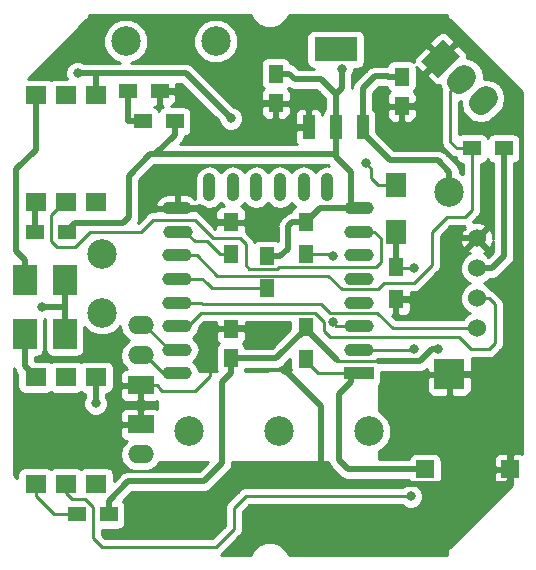
<source format=gbr>
G04 #@! TF.GenerationSoftware,KiCad,Pcbnew,5.0.2-bee76a0~70~ubuntu18.04.1*
G04 #@! TF.CreationDate,2019-09-27T11:35:02+02:00*
G04 #@! TF.ProjectId,Radiateur ESP,52616469-6174-4657-9572-204553502e6b,rev?*
G04 #@! TF.SameCoordinates,Original*
G04 #@! TF.FileFunction,Copper,L1,Top*
G04 #@! TF.FilePolarity,Positive*
%FSLAX46Y46*%
G04 Gerber Fmt 4.6, Leading zero omitted, Abs format (unit mm)*
G04 Created by KiCad (PCBNEW 5.0.2-bee76a0~70~ubuntu18.04.1) date ven. 27 sept. 2019 11:35:02 CEST*
%MOMM*%
%LPD*%
G01*
G04 APERTURE LIST*
G04 #@! TA.AperFunction,ComponentPad*
%ADD10C,2.500000*%
G04 #@! TD*
G04 #@! TA.AperFunction,SMDPad,CuDef*
%ADD11R,1.500000X1.500000*%
G04 #@! TD*
G04 #@! TA.AperFunction,SMDPad,CuDef*
%ADD12R,1.250000X1.500000*%
G04 #@! TD*
G04 #@! TA.AperFunction,ComponentPad*
%ADD13C,1.524000*%
G04 #@! TD*
G04 #@! TA.AperFunction,ComponentPad*
%ADD14C,2.000000*%
G04 #@! TD*
G04 #@! TA.AperFunction,Conductor*
%ADD15C,0.100000*%
G04 #@! TD*
G04 #@! TA.AperFunction,Conductor*
%ADD16C,2.000000*%
G04 #@! TD*
G04 #@! TA.AperFunction,SMDPad,CuDef*
%ADD17R,1.500000X1.300000*%
G04 #@! TD*
G04 #@! TA.AperFunction,SMDPad,CuDef*
%ADD18R,1.300000X1.500000*%
G04 #@! TD*
G04 #@! TA.AperFunction,ComponentPad*
%ADD19R,2.500000X2.500000*%
G04 #@! TD*
G04 #@! TA.AperFunction,SMDPad,CuDef*
%ADD20R,3.657600X2.032000*%
G04 #@! TD*
G04 #@! TA.AperFunction,SMDPad,CuDef*
%ADD21R,1.016000X2.032000*%
G04 #@! TD*
G04 #@! TA.AperFunction,ComponentPad*
%ADD22R,2.500000X1.100000*%
G04 #@! TD*
G04 #@! TA.AperFunction,ComponentPad*
%ADD23O,2.500000X1.100000*%
G04 #@! TD*
G04 #@! TA.AperFunction,SMDPad,CuDef*
%ADD24O,1.100000X2.400000*%
G04 #@! TD*
G04 #@! TA.AperFunction,SMDPad,CuDef*
%ADD25R,1.800000X1.500000*%
G04 #@! TD*
G04 #@! TA.AperFunction,SMDPad,CuDef*
%ADD26R,2.000000X2.500000*%
G04 #@! TD*
G04 #@! TA.AperFunction,ComponentPad*
%ADD27R,2.199640X1.524000*%
G04 #@! TD*
G04 #@! TA.AperFunction,ComponentPad*
%ADD28O,2.199640X1.524000*%
G04 #@! TD*
G04 #@! TA.AperFunction,SMDPad,CuDef*
%ADD29R,1.700000X2.000000*%
G04 #@! TD*
G04 #@! TA.AperFunction,ViaPad*
%ADD30C,0.800000*%
G04 #@! TD*
G04 #@! TA.AperFunction,Conductor*
%ADD31C,0.500000*%
G04 #@! TD*
G04 #@! TA.AperFunction,Conductor*
%ADD32C,0.250000*%
G04 #@! TD*
G04 #@! TA.AperFunction,Conductor*
%ADD33C,0.254000*%
G04 #@! TD*
G04 APERTURE END LIST*
D10*
G04 #@! TO.P,P2,3*
G04 #@! TO.N,/Phase_out*
X145034000Y-111570000D03*
G04 #@! TO.P,P2,2*
G04 #@! TO.N,/Neutre*
X137414000Y-111570000D03*
G04 #@! TO.P,P2,1*
G04 #@! TO.N,/Fil_pilote*
X129794000Y-111570000D03*
G04 #@! TD*
D11*
G04 #@! TO.P,SW1,2*
G04 #@! TO.N,GND*
X157015180Y-114808000D03*
G04 #@! TO.P,SW1,1*
G04 #@! TO.N,Net-(R5-Pad2)*
X149816820Y-114808000D03*
G04 #@! TD*
D12*
G04 #@! TO.P,C2,2*
G04 #@! TO.N,GND*
X147828000Y-84054000D03*
G04 #@! TO.P,C2,1*
G04 #@! TO.N,+5V*
X147828000Y-81554000D03*
G04 #@! TD*
G04 #@! TO.P,C3,1*
G04 #@! TO.N,+3V3*
X137160000Y-81300000D03*
G04 #@! TO.P,C3,2*
G04 #@! TO.N,GND*
X137160000Y-83800000D03*
G04 #@! TD*
G04 #@! TO.P,C4,1*
G04 #@! TO.N,+3V3*
X133350000Y-105390000D03*
G04 #@! TO.P,C4,2*
G04 #@! TO.N,GND*
X133350000Y-102890000D03*
G04 #@! TD*
D13*
G04 #@! TO.P,Dis1,1*
G04 #@! TO.N,GND*
X154178000Y-95250000D03*
G04 #@! TO.P,Dis1,2*
G04 #@! TO.N,+3V3*
X154178000Y-97790000D03*
G04 #@! TO.P,Dis1,3*
G04 #@! TO.N,/SCL*
X154178000Y-100330000D03*
G04 #@! TO.P,Dis1,4*
G04 #@! TO.N,/SDA*
X154178000Y-102870000D03*
G04 #@! TD*
D10*
G04 #@! TO.P,P1,1*
G04 #@! TO.N,/Neutre*
X124460000Y-78550000D03*
G04 #@! TO.P,P1,2*
G04 #@! TO.N,/Phase_in*
X132080000Y-78550000D03*
G04 #@! TD*
D14*
G04 #@! TO.P,P3,1*
G04 #@! TO.N,GND*
X151130000Y-80010000D03*
D15*
G04 #@! TD*
G04 #@! TO.N,GND*
G04 #@! TO.C,P3*
G36*
X149503654Y-80222132D02*
X151342132Y-78383654D01*
X152756346Y-79797868D01*
X150917868Y-81636346D01*
X149503654Y-80222132D01*
X149503654Y-80222132D01*
G37*
D14*
G04 #@! TO.P,P3,2*
G04 #@! TO.N,/DS18B20*
X152926051Y-81806051D03*
D16*
G04 #@! TD*
G04 #@! TO.N,/DS18B20*
G04 #@! TO.C,P3*
X153138183Y-81593919D02*
X152713919Y-82018183D01*
D14*
G04 #@! TO.P,P3,3*
G04 #@! TO.N,+3V3*
X154722102Y-83602102D03*
D16*
G04 #@! TD*
G04 #@! TO.N,+3V3*
G04 #@! TO.C,P3*
X154934234Y-83389970D02*
X154509970Y-83814234D01*
D17*
G04 #@! TO.P,R1,1*
G04 #@! TO.N,+3V3*
X156464000Y-87630000D03*
G04 #@! TO.P,R1,2*
G04 #@! TO.N,/DS18B20*
X153764000Y-87630000D03*
G04 #@! TD*
D18*
G04 #@! TO.P,R3,1*
G04 #@! TO.N,Net-(R2-Pad1)*
X147320000Y-97710000D03*
G04 #@! TO.P,R3,2*
G04 #@! TO.N,GND*
X147320000Y-100410000D03*
G04 #@! TD*
G04 #@! TO.P,R4,2*
G04 #@! TO.N,Net-(R4-Pad2)*
X139700000Y-96600000D03*
G04 #@! TO.P,R4,1*
G04 #@! TO.N,+3V3*
X139700000Y-93900000D03*
G04 #@! TD*
G04 #@! TO.P,R5,1*
G04 #@! TO.N,+3V3*
X139700000Y-102790000D03*
G04 #@! TO.P,R5,2*
G04 #@! TO.N,Net-(R5-Pad2)*
X139700000Y-105490000D03*
G04 #@! TD*
G04 #@! TO.P,R6,1*
G04 #@! TO.N,+3V3*
X136398000Y-96774000D03*
G04 #@! TO.P,R6,2*
G04 #@! TO.N,Net-(R6-Pad2)*
X136398000Y-99474000D03*
G04 #@! TD*
G04 #@! TO.P,R7,2*
G04 #@! TO.N,GND*
X133350000Y-93900000D03*
G04 #@! TO.P,R7,1*
G04 #@! TO.N,Net-(R7-Pad1)*
X133350000Y-96600000D03*
G04 #@! TD*
D17*
G04 #@! TO.P,R8,2*
G04 #@! TO.N,Net-(R8-Pad2)*
X120316000Y-118618000D03*
G04 #@! TO.P,R8,1*
G04 #@! TO.N,+3V3*
X123016000Y-118618000D03*
G04 #@! TD*
G04 #@! TO.P,R9,1*
G04 #@! TO.N,+3V3*
X119460000Y-94742000D03*
G04 #@! TO.P,R9,2*
G04 #@! TO.N,Net-(R9-Pad2)*
X116760000Y-94742000D03*
G04 #@! TD*
D10*
G04 #@! TO.P,U2,1*
G04 #@! TO.N,/Neutre*
X122460000Y-101560000D03*
G04 #@! TO.P,U2,2*
G04 #@! TO.N,/Phase_out*
X122460000Y-96560000D03*
D19*
G04 #@! TO.P,U2,3*
G04 #@! TO.N,GND*
X151860000Y-106760000D03*
D10*
G04 #@! TO.P,U2,4*
G04 #@! TO.N,+5V*
X151860000Y-91360000D03*
G04 #@! TD*
D20*
G04 #@! TO.P,U3,4*
G04 #@! TO.N,N/C*
X142240000Y-79248000D03*
D21*
G04 #@! TO.P,U3,2*
G04 #@! TO.N,+3V3*
X142240000Y-85852000D03*
G04 #@! TO.P,U3,3*
G04 #@! TO.N,+5V*
X144526000Y-85852000D03*
G04 #@! TO.P,U3,1*
G04 #@! TO.N,GND*
X139954000Y-85852000D03*
G04 #@! TD*
D22*
G04 #@! TO.P,U4,1*
G04 #@! TO.N,Net-(R5-Pad2)*
X144210000Y-106680000D03*
D23*
G04 #@! TO.P,U4,2*
G04 #@! TO.N,Net-(R2-Pad1)*
X144210000Y-104680000D03*
G04 #@! TO.P,U4,3*
G04 #@! TO.N,Net-(R4-Pad2)*
X144210000Y-102680000D03*
G04 #@! TO.P,U4,4*
G04 #@! TO.N,Net-(SW2-Pad2)*
X144210000Y-100680000D03*
G04 #@! TO.P,U4,5*
G04 #@! TO.N,Net-(U4-Pad5)*
X144210000Y-98680000D03*
G04 #@! TO.P,U4,6*
G04 #@! TO.N,/Opto1*
X144210000Y-96680000D03*
G04 #@! TO.P,U4,7*
G04 #@! TO.N,/Opto2*
X144210000Y-94680000D03*
G04 #@! TO.P,U4,8*
G04 #@! TO.N,+3V3*
X144210000Y-92680000D03*
G04 #@! TO.P,U4,9*
G04 #@! TO.N,GND*
X128810000Y-92680000D03*
G04 #@! TO.P,U4,10*
G04 #@! TO.N,Net-(R7-Pad1)*
X128910000Y-94680000D03*
G04 #@! TO.P,U4,11*
G04 #@! TO.N,/DS18B20*
X128810000Y-96680000D03*
G04 #@! TO.P,U4,12*
G04 #@! TO.N,Net-(R6-Pad2)*
X128810000Y-98680000D03*
G04 #@! TO.P,U4,13*
G04 #@! TO.N,/SDA*
X128810000Y-100680000D03*
G04 #@! TO.P,U4,14*
G04 #@! TO.N,/SCL*
X128810000Y-102680000D03*
G04 #@! TO.P,U4,15*
G04 #@! TO.N,Net-(P4-Pad3)*
X128810000Y-104680000D03*
G04 #@! TO.P,U4,16*
G04 #@! TO.N,Net-(P4-Pad2)*
X128810000Y-106680000D03*
D24*
G04 #@! TO.P,U4,17*
G04 #@! TO.N,Net-(U4-Pad17)*
X141520000Y-90930000D03*
G04 #@! TO.P,U4,18*
G04 #@! TO.N,Net-(U4-Pad18)*
X139520000Y-90930000D03*
G04 #@! TO.P,U4,19*
G04 #@! TO.N,Net-(U4-Pad19)*
X137520000Y-90930000D03*
G04 #@! TO.P,U4,20*
G04 #@! TO.N,Net-(U4-Pad20)*
X135520000Y-90930000D03*
G04 #@! TO.P,U4,21*
G04 #@! TO.N,Net-(U4-Pad21)*
X133520000Y-90930000D03*
G04 #@! TO.P,U4,22*
G04 #@! TO.N,Net-(U4-Pad22)*
X131520000Y-90930000D03*
G04 #@! TD*
D25*
G04 #@! TO.P,U5,6*
G04 #@! TO.N,Net-(D1-Pad1)*
X116840000Y-107006000D03*
G04 #@! TO.P,U5,5*
G04 #@! TO.N,N/C*
X119380000Y-107000040D03*
G04 #@! TO.P,U5,4*
G04 #@! TO.N,/Phase_out*
X121920000Y-107000040D03*
G04 #@! TO.P,U5,3*
G04 #@! TO.N,N/C*
X121920000Y-116011960D03*
G04 #@! TO.P,U5,2*
G04 #@! TO.N,/Opto1*
X119380000Y-116011960D03*
G04 #@! TO.P,U5,1*
G04 #@! TO.N,Net-(R8-Pad2)*
X116840000Y-116011960D03*
G04 #@! TD*
G04 #@! TO.P,U6,1*
G04 #@! TO.N,Net-(R9-Pad2)*
X116840000Y-92135960D03*
G04 #@! TO.P,U6,2*
G04 #@! TO.N,/Opto2*
X119380000Y-92135960D03*
G04 #@! TO.P,U6,3*
G04 #@! TO.N,N/C*
X121920000Y-92135960D03*
G04 #@! TO.P,U6,4*
G04 #@! TO.N,/Phase_out*
X121920000Y-83124040D03*
G04 #@! TO.P,U6,5*
G04 #@! TO.N,N/C*
X119380000Y-83124040D03*
G04 #@! TO.P,U6,6*
G04 #@! TO.N,Net-(D2-Pad2)*
X116840000Y-83130000D03*
G04 #@! TD*
D17*
G04 #@! TO.P,R10,1*
G04 #@! TO.N,Net-(D3-Pad1)*
X124634000Y-82804000D03*
G04 #@! TO.P,R10,2*
G04 #@! TO.N,GND*
X127334000Y-82804000D03*
G04 #@! TD*
D26*
G04 #@! TO.P,D1,2*
G04 #@! TO.N,/Fil_pilote*
X119302000Y-103378000D03*
G04 #@! TO.P,D1,1*
G04 #@! TO.N,Net-(D1-Pad1)*
X115902000Y-103378000D03*
G04 #@! TD*
G04 #@! TO.P,D2,1*
G04 #@! TO.N,/Fil_pilote*
X119302000Y-98806000D03*
G04 #@! TO.P,D2,2*
G04 #@! TO.N,Net-(D2-Pad2)*
X115902000Y-98806000D03*
G04 #@! TD*
D27*
G04 #@! TO.P,P4,1*
G04 #@! TO.N,GND*
X125730000Y-107696000D03*
D28*
G04 #@! TO.P,P4,2*
G04 #@! TO.N,Net-(P4-Pad2)*
X125730000Y-105156000D03*
G04 #@! TO.P,P4,3*
G04 #@! TO.N,Net-(P4-Pad3)*
X125730000Y-102616000D03*
G04 #@! TD*
D17*
G04 #@! TO.P,D3,1*
G04 #@! TO.N,Net-(D3-Pad1)*
X125904000Y-85344000D03*
G04 #@! TO.P,D3,2*
G04 #@! TO.N,+3V3*
X128604000Y-85344000D03*
G04 #@! TD*
D29*
G04 #@! TO.P,R2,1*
G04 #@! TO.N,Net-(R2-Pad1)*
X147320000Y-94742000D03*
G04 #@! TO.P,R2,2*
G04 #@! TO.N,Net-(R2-Pad2)*
X147320000Y-90742000D03*
G04 #@! TD*
D27*
G04 #@! TO.P,SW2,1*
G04 #@! TO.N,GND*
X125730000Y-110998000D03*
D28*
G04 #@! TO.P,SW2,2*
G04 #@! TO.N,Net-(SW2-Pad2)*
X125730000Y-113538000D03*
G04 #@! TD*
D30*
G04 #@! TO.N,GND*
X135890000Y-93980000D03*
X135890000Y-102870000D03*
X137922000Y-106426000D03*
G04 #@! TO.N,+3V3*
X150876000Y-104648000D03*
X142748000Y-80864002D03*
G04 #@! TO.N,/Fil_pilote*
X117348000Y-101092000D03*
G04 #@! TO.N,/Phase_out*
X133350000Y-85090000D03*
X121920000Y-109220000D03*
X120396000Y-81280000D03*
G04 #@! TO.N,Net-(R2-Pad2)*
X144780000Y-88900000D03*
G04 #@! TO.N,Net-(R2-Pad1)*
X148844000Y-104648000D03*
X148844000Y-97790000D03*
G04 #@! TO.N,Net-(R4-Pad2)*
X141986000Y-96774000D03*
X141986000Y-102362000D03*
G04 #@! TO.N,/Opto1*
X148590000Y-117094000D03*
G04 #@! TD*
D31*
G04 #@! TO.N,GND*
X132200000Y-93900000D02*
X131010000Y-92710000D01*
X133350000Y-93900000D02*
X132200000Y-93900000D01*
X131010000Y-92710000D02*
X129540000Y-92710000D01*
X129540000Y-92710000D02*
X129510000Y-92680000D01*
X139954000Y-85852000D02*
X139212000Y-85852000D01*
D32*
X135636000Y-102870000D02*
X133370000Y-102870000D01*
D31*
X133430000Y-93980000D02*
X133350000Y-93900000D01*
X135890000Y-93980000D02*
X133430000Y-93980000D01*
X133370000Y-102870000D02*
X133350000Y-102890000D01*
X151304000Y-100410000D02*
X147320000Y-100410000D01*
X152146000Y-95758000D02*
X152146000Y-99568000D01*
X152146000Y-99568000D02*
X151304000Y-100410000D01*
X154178000Y-95250000D02*
X152654000Y-95250000D01*
X152654000Y-95250000D02*
X152146000Y-95758000D01*
X149441000Y-81699000D02*
X151130000Y-80010000D01*
X149441000Y-83312000D02*
X149441000Y-81699000D01*
X148953000Y-84054000D02*
X147828000Y-84054000D01*
X149441000Y-83566000D02*
X148953000Y-84054000D01*
X149441000Y-83312000D02*
X149441000Y-83566000D01*
X157015180Y-113807620D02*
X157015180Y-114808000D01*
X157015180Y-110165180D02*
X157015180Y-113807620D01*
X153610000Y-106760000D02*
X157015180Y-110165180D01*
X151860000Y-106760000D02*
X153610000Y-106760000D01*
X135890000Y-102870000D02*
X133370000Y-102870000D01*
X157015180Y-115808380D02*
X156745560Y-116078000D01*
X157015180Y-114808000D02*
X157015180Y-115808380D01*
X138946000Y-85852000D02*
X139954000Y-85852000D01*
X138684000Y-86114000D02*
X138946000Y-85852000D01*
X138684000Y-86614000D02*
X138684000Y-86114000D01*
X137160000Y-83800000D02*
X137160000Y-85050000D01*
X137160000Y-85050000D02*
X137160000Y-86614000D01*
X137160000Y-86614000D02*
X138684000Y-86614000D01*
X129032000Y-82804000D02*
X127334000Y-82804000D01*
X130810000Y-84582000D02*
X129032000Y-82804000D01*
X130810000Y-86106000D02*
X130810000Y-84582000D01*
X137160000Y-86614000D02*
X131318000Y-86614000D01*
X131318000Y-86614000D02*
X130810000Y-86106000D01*
X140970000Y-109474000D02*
X140970000Y-115316000D01*
X156745560Y-116078000D02*
X141732000Y-116078000D01*
X140970000Y-115316000D02*
X141732000Y-116078000D01*
X137922000Y-106426000D02*
X140970000Y-109474000D01*
X136035000Y-83800000D02*
X135382000Y-83147000D01*
X137160000Y-83800000D02*
X136035000Y-83800000D01*
X135382000Y-83147000D02*
X135382000Y-80518000D01*
X135382000Y-80518000D02*
X136398000Y-79502000D01*
X136398000Y-79502000D02*
X137922000Y-79502000D01*
X137922000Y-79502000D02*
X140462000Y-76962000D01*
X148082000Y-76962000D02*
X151130000Y-80010000D01*
X140462000Y-76962000D02*
X148082000Y-76962000D01*
D32*
X131572000Y-103632000D02*
X132314000Y-102890000D01*
X131572000Y-106934000D02*
X131572000Y-103632000D01*
X127079820Y-107696000D02*
X127254000Y-107870180D01*
X125730000Y-107696000D02*
X127079820Y-107696000D01*
X127254000Y-107870180D02*
X127254000Y-107950000D01*
X127254000Y-107950000D02*
X127508000Y-108204000D01*
X127508000Y-108204000D02*
X130302000Y-108204000D01*
X132314000Y-102890000D02*
X133350000Y-102890000D01*
X130302000Y-108204000D02*
X131572000Y-106934000D01*
D31*
G04 #@! TO.N,+5V*
X151860000Y-89592234D02*
X151860000Y-91360000D01*
X150913766Y-88646000D02*
X151860000Y-89592234D01*
X146812000Y-88646000D02*
X150913766Y-88646000D01*
X144526000Y-86360000D02*
X146812000Y-88646000D01*
X144526000Y-85852000D02*
X144526000Y-86360000D01*
X144526000Y-82550000D02*
X144526000Y-85852000D01*
X146703000Y-81554000D02*
X146683000Y-81534000D01*
X147828000Y-81554000D02*
X146703000Y-81554000D01*
X145542000Y-81534000D02*
X144526000Y-82550000D01*
X146683000Y-81534000D02*
X145542000Y-81534000D01*
G04 #@! TO.N,+3V3*
X139700000Y-102890000D02*
X137200000Y-105390000D01*
X134475000Y-105390000D02*
X133350000Y-105390000D01*
X140920000Y-92680000D02*
X139700000Y-93900000D01*
X143510000Y-92680000D02*
X140920000Y-92680000D01*
X138285000Y-81300000D02*
X138773000Y-81788000D01*
X137160000Y-81300000D02*
X138285000Y-81300000D01*
X142240000Y-83058000D02*
X142240000Y-85852000D01*
X143510000Y-92680000D02*
X143510000Y-89662000D01*
X143510000Y-89662000D02*
X142240000Y-88392000D01*
X142240000Y-88392000D02*
X142240000Y-88138000D01*
X142240000Y-88138000D02*
X142240000Y-85852000D01*
X137200000Y-105390000D02*
X135890000Y-105390000D01*
X135890000Y-105390000D02*
X134475000Y-105390000D01*
D32*
X136398000Y-96774000D02*
X136398000Y-96674000D01*
D31*
X133096000Y-88138000D02*
X142240000Y-88138000D01*
X139700000Y-102890000D02*
X139700000Y-102790000D01*
X142365010Y-105555010D02*
X139700000Y-102890000D01*
X149403305Y-105664000D02*
X145796000Y-105664000D01*
X150876000Y-104648000D02*
X150419305Y-104648000D01*
X150419305Y-104648000D02*
X149403305Y-105664000D01*
D32*
X145796000Y-105664000D02*
X142365010Y-105664000D01*
D31*
X140970000Y-81788000D02*
X141478000Y-82296000D01*
X141478000Y-82296000D02*
X142240000Y-83058000D01*
X140970000Y-81788000D02*
X138773000Y-81788000D01*
X156464000Y-89876000D02*
X156464000Y-96774000D01*
X155448000Y-97790000D02*
X154178000Y-97790000D01*
X156464000Y-96774000D02*
X155448000Y-97790000D01*
X156464000Y-89876000D02*
X156464000Y-87630000D01*
X142748000Y-82550000D02*
X142240000Y-83058000D01*
X142748000Y-80864002D02*
X142748000Y-82550000D01*
X137548000Y-96774000D02*
X136398000Y-96774000D01*
X138216000Y-96106000D02*
X137548000Y-96774000D01*
X138216000Y-94234000D02*
X138216000Y-96106000D01*
X138550000Y-93900000D02*
X138216000Y-94234000D01*
X139700000Y-93900000D02*
X138550000Y-93900000D01*
X128778000Y-88138000D02*
X133096000Y-88138000D01*
X127033020Y-88104980D02*
X127000000Y-88138000D01*
X127000000Y-88138000D02*
X128778000Y-88138000D01*
X119460000Y-94742000D02*
X119460000Y-94662000D01*
X119460000Y-94662000D02*
X120142000Y-93980000D01*
X120142000Y-93980000D02*
X124206000Y-93980000D01*
X126512000Y-88138000D02*
X127000000Y-88138000D01*
X124206000Y-93980000D02*
X124714000Y-93472000D01*
X124714000Y-93472000D02*
X124714000Y-89936000D01*
X124714000Y-89936000D02*
X126512000Y-88138000D01*
X123016000Y-117468000D02*
X124660000Y-115824000D01*
X123016000Y-118618000D02*
X123016000Y-117468000D01*
X133350000Y-106640000D02*
X132588000Y-107402000D01*
X133350000Y-105390000D02*
X133350000Y-106640000D01*
X132588000Y-114300000D02*
X131064000Y-115824000D01*
X132588000Y-107402000D02*
X132588000Y-114300000D01*
X124660000Y-115824000D02*
X131064000Y-115824000D01*
X126960000Y-88138000D02*
X126512000Y-88138000D01*
X128604000Y-86494000D02*
X126960000Y-88138000D01*
X128604000Y-85344000D02*
X128604000Y-86494000D01*
G04 #@! TO.N,Net-(D1-Pad1)*
X115902000Y-106068000D02*
X116840000Y-107006000D01*
X115902000Y-103378000D02*
X115902000Y-106068000D01*
G04 #@! TO.N,/Fil_pilote*
X117348000Y-101092000D02*
X119302000Y-101092000D01*
X119302000Y-98806000D02*
X119302000Y-101092000D01*
X119302000Y-101092000D02*
X119302000Y-103378000D01*
G04 #@! TO.N,Net-(D2-Pad2)*
X116840000Y-84400000D02*
X116840000Y-87734140D01*
X116840000Y-83130000D02*
X116840000Y-87734140D01*
X115166140Y-89408000D02*
X116840000Y-87734140D01*
X115166140Y-96320140D02*
X115166140Y-89408000D01*
X115902000Y-97056000D02*
X115166140Y-96320140D01*
X115902000Y-98806000D02*
X115902000Y-97056000D01*
D32*
G04 #@! TO.N,/SCL*
X130810000Y-101600000D02*
X129730000Y-102680000D01*
X140495002Y-101600000D02*
X130810000Y-101600000D01*
X141224000Y-102328998D02*
X140495002Y-101600000D01*
X141732000Y-103632000D02*
X141224000Y-103124000D01*
X129730000Y-102680000D02*
X129510000Y-102680000D01*
X152654000Y-103632000D02*
X141732000Y-103632000D01*
X155702000Y-100838000D02*
X155702000Y-104140000D01*
X155194000Y-100330000D02*
X155702000Y-100838000D01*
X155702000Y-104140000D02*
X155194000Y-104648000D01*
X141224000Y-103124000D02*
X141224000Y-102328998D01*
X155194000Y-104648000D02*
X153670000Y-104648000D01*
X154178000Y-100330000D02*
X155194000Y-100330000D01*
X153670000Y-104648000D02*
X152654000Y-103632000D01*
G04 #@! TO.N,/SDA*
X129510000Y-100680000D02*
X130810000Y-100680000D01*
X130968000Y-100838000D02*
X130810000Y-100680000D01*
X131572000Y-100838000D02*
X130968000Y-100838000D01*
X131380000Y-100838000D02*
X131572000Y-100838000D01*
X145751010Y-101555010D02*
X147066000Y-102870000D01*
X147066000Y-102870000D02*
X154178000Y-102870000D01*
X141732000Y-101555010D02*
X145751010Y-101555010D01*
X141014990Y-100838000D02*
X141732000Y-101555010D01*
X131572000Y-100838000D02*
X141014990Y-100838000D01*
D31*
G04 #@! TO.N,/Phase_out*
X129540000Y-81280000D02*
X133350000Y-85090000D01*
X121920000Y-81280000D02*
X129540000Y-81280000D01*
X120396000Y-81280000D02*
X121920000Y-81280000D01*
X121920000Y-81280000D02*
X121920000Y-83124040D01*
X121920000Y-109220000D02*
X121920000Y-107000040D01*
D32*
G04 #@! TO.N,/DS18B20*
X151936102Y-82796000D02*
X151936102Y-87077898D01*
X152926051Y-81806051D02*
X151936102Y-82796000D01*
X152488204Y-87630000D02*
X153764000Y-87630000D01*
X151936102Y-87077898D02*
X152488204Y-87630000D01*
X129510000Y-96680000D02*
X130462000Y-96680000D01*
X132180999Y-98398999D02*
X141631001Y-98398999D01*
X130462000Y-96680000D02*
X132180999Y-98398999D01*
X142787012Y-99555010D02*
X145808990Y-99555010D01*
X141631001Y-98398999D02*
X142787012Y-99555010D01*
X145808990Y-99555010D02*
X146304000Y-99060000D01*
X148844000Y-99060000D02*
X150368000Y-97536000D01*
X146304000Y-99060000D02*
X148844000Y-99060000D01*
X150368000Y-97536000D02*
X150368000Y-94742000D01*
X150368000Y-94742000D02*
X151638000Y-93472000D01*
X151638000Y-93472000D02*
X153162000Y-93472000D01*
X153764000Y-92870000D02*
X153764000Y-87630000D01*
X153162000Y-93472000D02*
X153764000Y-92870000D01*
G04 #@! TO.N,Net-(R2-Pad2)*
X145230000Y-89350000D02*
X144780000Y-88900000D01*
X145230000Y-90170000D02*
X145230000Y-89350000D01*
X145802000Y-90742000D02*
X145738000Y-90678000D01*
X147320000Y-90742000D02*
X145802000Y-90742000D01*
X145738000Y-90678000D02*
X145230000Y-90170000D01*
G04 #@! TO.N,Net-(R2-Pad1)*
X143510000Y-104680000D02*
X148812000Y-104680000D01*
X148812000Y-104680000D02*
X148844000Y-104648000D01*
X147400000Y-97790000D02*
X147320000Y-97710000D01*
X148844000Y-97790000D02*
X147400000Y-97790000D01*
D31*
X147320000Y-94742000D02*
X147320000Y-97710000D01*
D32*
G04 #@! TO.N,Net-(R4-Pad2)*
X139700000Y-96600000D02*
X141812000Y-96600000D01*
X141812000Y-96600000D02*
X141986000Y-96774000D01*
X143510000Y-102680000D02*
X142600308Y-102680000D01*
X142304000Y-102680000D02*
X141986000Y-102362000D01*
X143510000Y-102680000D02*
X142304000Y-102680000D01*
G04 #@! TO.N,Net-(R5-Pad2)*
X143510000Y-106680000D02*
X140716000Y-106680000D01*
X139700000Y-105590000D02*
X139700000Y-105490000D01*
X140716000Y-106606000D02*
X139700000Y-105590000D01*
X140716000Y-106680000D02*
X140716000Y-106606000D01*
D31*
X149816820Y-114808000D02*
X144780000Y-114808000D01*
X143510000Y-106680000D02*
X143510000Y-107442000D01*
X143510000Y-107442000D02*
X142494000Y-108458000D01*
X142494000Y-108458000D02*
X142494000Y-114046000D01*
X143256000Y-114808000D02*
X144780000Y-114808000D01*
X142494000Y-114046000D02*
X143256000Y-114808000D01*
D32*
G04 #@! TO.N,Net-(R6-Pad2)*
X130938000Y-98680000D02*
X129510000Y-98680000D01*
X131318000Y-99060000D02*
X130938000Y-98680000D01*
X131732000Y-99474000D02*
X131318000Y-99060000D01*
X136398000Y-99474000D02*
X131732000Y-99474000D01*
G04 #@! TO.N,Net-(R7-Pad1)*
X132450000Y-96600000D02*
X131318000Y-95468000D01*
X133350000Y-96600000D02*
X132450000Y-96600000D01*
X130298000Y-95468000D02*
X129510000Y-94680000D01*
X131318000Y-95468000D02*
X130298000Y-95468000D01*
G04 #@! TO.N,Net-(R8-Pad2)*
X118364000Y-118618000D02*
X118618000Y-118618000D01*
X118618000Y-118618000D02*
X120316000Y-118618000D01*
X116840000Y-116011960D02*
X116840000Y-117094000D01*
X116840000Y-117094000D02*
X118364000Y-118618000D01*
D31*
G04 #@! TO.N,Net-(R9-Pad2)*
X116760000Y-92215960D02*
X116840000Y-92135960D01*
X116760000Y-94742000D02*
X116760000Y-92215960D01*
D32*
G04 #@! TO.N,/Opto1*
X132080000Y-121412000D02*
X133604000Y-119888000D01*
X134620000Y-117094000D02*
X148590000Y-117094000D01*
X122428000Y-121412000D02*
X132080000Y-121412000D01*
X119380000Y-116840000D02*
X119888000Y-117348000D01*
X119380000Y-116011960D02*
X119380000Y-116840000D01*
X119888000Y-117348000D02*
X121031002Y-117348000D01*
X121666000Y-117982998D02*
X121666000Y-120650000D01*
X133604000Y-119888000D02*
X133604000Y-118110000D01*
X121031002Y-117348000D02*
X121666000Y-117982998D01*
X133604000Y-118110000D02*
X134620000Y-117094000D01*
X121666000Y-120650000D02*
X122428000Y-121412000D01*
G04 #@! TO.N,/Opto2*
X143510000Y-94680000D02*
X143214999Y-94975001D01*
X137482001Y-97675001D02*
X137308001Y-97849001D01*
X130302000Y-93726000D02*
X126746000Y-93726000D01*
X145656999Y-97675001D02*
X137482001Y-97675001D01*
X146050000Y-97282000D02*
X145656999Y-97675001D01*
X134112000Y-95250000D02*
X131826000Y-95250000D01*
X126746000Y-93726000D02*
X125730000Y-94742000D01*
X146050000Y-95250000D02*
X146050000Y-97282000D01*
X134933001Y-97849001D02*
X134620000Y-97536000D01*
X145480000Y-94680000D02*
X146050000Y-95250000D01*
X143510000Y-94680000D02*
X145480000Y-94680000D01*
X137308001Y-97849001D02*
X134933001Y-97849001D01*
X134620000Y-97536000D02*
X134620000Y-95758000D01*
X134620000Y-95758000D02*
X134112000Y-95250000D01*
X131826000Y-95250000D02*
X130302000Y-93726000D01*
X120175002Y-96012000D02*
X118618000Y-96012000D01*
X118618000Y-96012000D02*
X118110000Y-95504000D01*
X119230000Y-92135960D02*
X119380000Y-92135960D01*
X118110000Y-93255960D02*
X119230000Y-92135960D01*
X118110000Y-95504000D02*
X118110000Y-93255960D01*
X120937002Y-95216998D02*
X121412000Y-94742000D01*
X120937002Y-95250000D02*
X120937002Y-95216998D01*
X120937002Y-95250000D02*
X120175002Y-96012000D01*
X125730000Y-94742000D02*
X121412000Y-94742000D01*
D31*
G04 #@! TO.N,Net-(D3-Pad1)*
X124654000Y-85344000D02*
X125904000Y-85344000D01*
X124634000Y-85324000D02*
X124654000Y-85344000D01*
X124634000Y-82804000D02*
X124634000Y-85324000D01*
D32*
G04 #@! TO.N,Net-(P4-Pad2)*
X127591820Y-106680000D02*
X126067820Y-105156000D01*
X126067820Y-105156000D02*
X125730000Y-105156000D01*
X129510000Y-106680000D02*
X127591820Y-106680000D01*
G04 #@! TO.N,Net-(P4-Pad3)*
X126067820Y-102616000D02*
X125730000Y-102616000D01*
X128131820Y-104680000D02*
X126067820Y-102616000D01*
X129510000Y-104680000D02*
X128131820Y-104680000D01*
G04 #@! TD*
D33*
G04 #@! TO.N,GND*
G36*
X135181138Y-76674799D02*
X135669201Y-77162862D01*
X136306887Y-77427000D01*
X136997113Y-77427000D01*
X137634799Y-77162862D01*
X138122862Y-76674799D01*
X138266925Y-76327000D01*
X151675863Y-76327000D01*
X151707646Y-76486782D01*
X151870095Y-76729905D01*
X151931465Y-76770911D01*
X158015000Y-82854447D01*
X158015001Y-113474160D01*
X157891489Y-113423000D01*
X157300930Y-113423000D01*
X157142180Y-113581750D01*
X157142180Y-114681000D01*
X157162180Y-114681000D01*
X157162180Y-114935000D01*
X157142180Y-114935000D01*
X157142180Y-116034250D01*
X157194242Y-116086312D01*
X151931465Y-121349089D01*
X151870095Y-121390095D01*
X151707646Y-121633218D01*
X151665000Y-121847613D01*
X151665000Y-121847616D01*
X151650602Y-121920000D01*
X151665000Y-121992385D01*
X151665000Y-122047000D01*
X138266925Y-122047000D01*
X138122862Y-121699201D01*
X137634799Y-121211138D01*
X136997113Y-120947000D01*
X136306887Y-120947000D01*
X135669201Y-121211138D01*
X135181138Y-121699201D01*
X135037075Y-122047000D01*
X132497618Y-122047000D01*
X132627929Y-121959929D01*
X132670331Y-121896470D01*
X134088476Y-120478327D01*
X134151929Y-120435929D01*
X134194327Y-120372476D01*
X134194329Y-120372474D01*
X134319903Y-120184538D01*
X134319904Y-120184537D01*
X134364000Y-119962852D01*
X134364000Y-119962848D01*
X134378888Y-119888001D01*
X134364000Y-119813154D01*
X134364000Y-118424801D01*
X134934802Y-117854000D01*
X147886289Y-117854000D01*
X148003720Y-117971431D01*
X148384126Y-118129000D01*
X148795874Y-118129000D01*
X149176280Y-117971431D01*
X149467431Y-117680280D01*
X149625000Y-117299874D01*
X149625000Y-116888126D01*
X149467431Y-116507720D01*
X149176280Y-116216569D01*
X149149412Y-116205440D01*
X150566820Y-116205440D01*
X150814585Y-116156157D01*
X151024629Y-116015809D01*
X151164977Y-115805765D01*
X151214260Y-115558000D01*
X151214260Y-115093750D01*
X155630180Y-115093750D01*
X155630180Y-115684310D01*
X155726853Y-115917699D01*
X155905482Y-116096327D01*
X156138871Y-116193000D01*
X156729430Y-116193000D01*
X156888180Y-116034250D01*
X156888180Y-114935000D01*
X155788930Y-114935000D01*
X155630180Y-115093750D01*
X151214260Y-115093750D01*
X151214260Y-114058000D01*
X151189136Y-113931690D01*
X155630180Y-113931690D01*
X155630180Y-114522250D01*
X155788930Y-114681000D01*
X156888180Y-114681000D01*
X156888180Y-113581750D01*
X156729430Y-113423000D01*
X156138871Y-113423000D01*
X155905482Y-113519673D01*
X155726853Y-113698301D01*
X155630180Y-113931690D01*
X151189136Y-113931690D01*
X151164977Y-113810235D01*
X151024629Y-113600191D01*
X150814585Y-113459843D01*
X150566820Y-113410560D01*
X149066820Y-113410560D01*
X148819055Y-113459843D01*
X148609011Y-113600191D01*
X148468663Y-113810235D01*
X148446233Y-113923000D01*
X145923000Y-113923000D01*
X145923000Y-113242074D01*
X146101767Y-113168026D01*
X146632026Y-112637767D01*
X146919000Y-111944950D01*
X146919000Y-111195050D01*
X146632026Y-110502233D01*
X146101767Y-109971974D01*
X145923000Y-109897926D01*
X145923000Y-107680040D01*
X146058157Y-107477765D01*
X146107440Y-107230000D01*
X146107440Y-107045750D01*
X149975000Y-107045750D01*
X149975000Y-108136310D01*
X150071673Y-108369699D01*
X150250302Y-108548327D01*
X150483691Y-108645000D01*
X151574250Y-108645000D01*
X151733000Y-108486250D01*
X151733000Y-106887000D01*
X151987000Y-106887000D01*
X151987000Y-108486250D01*
X152145750Y-108645000D01*
X153236309Y-108645000D01*
X153469698Y-108548327D01*
X153648327Y-108369699D01*
X153745000Y-108136310D01*
X153745000Y-107045750D01*
X153586250Y-106887000D01*
X151987000Y-106887000D01*
X151733000Y-106887000D01*
X150133750Y-106887000D01*
X149975000Y-107045750D01*
X146107440Y-107045750D01*
X146107440Y-106549000D01*
X149316144Y-106549000D01*
X149403305Y-106566337D01*
X149490466Y-106549000D01*
X149490470Y-106549000D01*
X149748615Y-106497652D01*
X149975000Y-106346386D01*
X149975000Y-106474250D01*
X150133750Y-106633000D01*
X151733000Y-106633000D01*
X151733000Y-106613000D01*
X151987000Y-106613000D01*
X151987000Y-106633000D01*
X153586250Y-106633000D01*
X153745000Y-106474250D01*
X153745000Y-105408000D01*
X155119153Y-105408000D01*
X155194000Y-105422888D01*
X155268847Y-105408000D01*
X155268852Y-105408000D01*
X155490537Y-105363904D01*
X155741929Y-105195929D01*
X155784330Y-105132471D01*
X156186475Y-104730328D01*
X156249929Y-104687929D01*
X156292327Y-104624476D01*
X156292329Y-104624474D01*
X156383743Y-104487662D01*
X156417904Y-104436537D01*
X156462000Y-104214852D01*
X156462000Y-104214848D01*
X156476888Y-104140001D01*
X156462000Y-104065154D01*
X156462000Y-100912846D01*
X156476888Y-100837999D01*
X156462000Y-100763152D01*
X156462000Y-100763148D01*
X156417904Y-100541463D01*
X156292330Y-100353528D01*
X156292329Y-100353526D01*
X156292327Y-100353524D01*
X156249929Y-100290071D01*
X156186475Y-100247673D01*
X155784330Y-99845529D01*
X155741929Y-99782071D01*
X155490537Y-99614096D01*
X155384858Y-99593075D01*
X155362320Y-99538663D01*
X154969337Y-99145680D01*
X154762487Y-99060000D01*
X154969337Y-98974320D01*
X155268657Y-98675000D01*
X155360839Y-98675000D01*
X155448000Y-98692337D01*
X155535161Y-98675000D01*
X155535165Y-98675000D01*
X155793310Y-98623652D01*
X156086049Y-98428049D01*
X156135425Y-98354153D01*
X157028156Y-97461423D01*
X157102049Y-97412049D01*
X157166292Y-97315904D01*
X157297652Y-97119310D01*
X157304582Y-97084472D01*
X157349000Y-96861165D01*
X157349000Y-96861161D01*
X157366337Y-96774000D01*
X157349000Y-96686839D01*
X157349000Y-88900587D01*
X157461765Y-88878157D01*
X157671809Y-88737809D01*
X157812157Y-88527765D01*
X157861440Y-88280000D01*
X157861440Y-86980000D01*
X157812157Y-86732235D01*
X157671809Y-86522191D01*
X157461765Y-86381843D01*
X157214000Y-86332560D01*
X155714000Y-86332560D01*
X155466235Y-86381843D01*
X155256191Y-86522191D01*
X155115843Y-86732235D01*
X155114000Y-86741500D01*
X155112157Y-86732235D01*
X154971809Y-86522191D01*
X154761765Y-86381843D01*
X154514000Y-86332560D01*
X153014000Y-86332560D01*
X152766235Y-86381843D01*
X152696102Y-86428705D01*
X152696102Y-83681670D01*
X152713919Y-83685214D01*
X152874975Y-83653178D01*
X152842939Y-83814234D01*
X152969835Y-84452179D01*
X153331202Y-84993002D01*
X153872025Y-85354369D01*
X154509970Y-85481265D01*
X155147915Y-85354369D01*
X155552223Y-85084219D01*
X156204219Y-84432223D01*
X156474369Y-84027915D01*
X156601265Y-83389970D01*
X156474369Y-82752025D01*
X156113002Y-82211202D01*
X155572179Y-81849835D01*
X154934234Y-81722939D01*
X154773178Y-81754975D01*
X154805214Y-81593919D01*
X154678318Y-80955974D01*
X154316951Y-80415151D01*
X153776128Y-80053784D01*
X153371038Y-79973206D01*
X153391346Y-79924177D01*
X153391345Y-79671558D01*
X153294672Y-79438169D01*
X152700307Y-78843804D01*
X152475801Y-78843804D01*
X151309605Y-80010000D01*
X151323748Y-80024143D01*
X151144143Y-80203748D01*
X151130000Y-80189605D01*
X149963804Y-81355801D01*
X149963804Y-81580307D01*
X150558169Y-82174672D01*
X150791558Y-82271345D01*
X151044177Y-82271346D01*
X151093206Y-82251038D01*
X151173784Y-82656128D01*
X151185537Y-82673717D01*
X151176102Y-82721149D01*
X151176102Y-82721153D01*
X151161214Y-82796000D01*
X151176102Y-82870847D01*
X151176103Y-87003046D01*
X151161214Y-87077898D01*
X151220199Y-87374435D01*
X151340948Y-87555148D01*
X151388174Y-87625827D01*
X151451630Y-87668227D01*
X151897875Y-88114473D01*
X151940275Y-88177929D01*
X152191667Y-88345904D01*
X152387414Y-88384841D01*
X152415843Y-88527765D01*
X152556191Y-88737809D01*
X152766235Y-88878157D01*
X153004001Y-88925451D01*
X153004001Y-89838208D01*
X152927767Y-89761974D01*
X152745000Y-89686269D01*
X152745000Y-89679395D01*
X152762337Y-89592234D01*
X152745000Y-89505073D01*
X152745000Y-89505069D01*
X152693652Y-89246924D01*
X152591845Y-89094560D01*
X152547424Y-89028079D01*
X152547423Y-89028078D01*
X152498049Y-88954185D01*
X152424156Y-88904811D01*
X151601191Y-88081847D01*
X151551815Y-88007951D01*
X151259076Y-87812348D01*
X151000931Y-87761000D01*
X151000927Y-87761000D01*
X150913766Y-87743663D01*
X150826605Y-87761000D01*
X147178579Y-87761000D01*
X145681440Y-86263862D01*
X145681440Y-84836000D01*
X145632157Y-84588235D01*
X145491809Y-84378191D01*
X145434279Y-84339750D01*
X146568000Y-84339750D01*
X146568000Y-84930309D01*
X146664673Y-85163698D01*
X146843301Y-85342327D01*
X147076690Y-85439000D01*
X147542250Y-85439000D01*
X147701000Y-85280250D01*
X147701000Y-84181000D01*
X147955000Y-84181000D01*
X147955000Y-85280250D01*
X148113750Y-85439000D01*
X148579310Y-85439000D01*
X148812699Y-85342327D01*
X148991327Y-85163698D01*
X149088000Y-84930309D01*
X149088000Y-84339750D01*
X148929250Y-84181000D01*
X147955000Y-84181000D01*
X147701000Y-84181000D01*
X146726750Y-84181000D01*
X146568000Y-84339750D01*
X145434279Y-84339750D01*
X145411000Y-84324196D01*
X145411000Y-82916578D01*
X145908579Y-82419000D01*
X146515288Y-82419000D01*
X146581036Y-82432078D01*
X146604843Y-82551765D01*
X146745191Y-82761809D01*
X146806320Y-82802654D01*
X146664673Y-82944302D01*
X146568000Y-83177691D01*
X146568000Y-83768250D01*
X146726750Y-83927000D01*
X147701000Y-83927000D01*
X147701000Y-83907000D01*
X147955000Y-83907000D01*
X147955000Y-83927000D01*
X148929250Y-83927000D01*
X149088000Y-83768250D01*
X149088000Y-83177691D01*
X148991327Y-82944302D01*
X148849680Y-82802654D01*
X148910809Y-82761809D01*
X149051157Y-82551765D01*
X149100440Y-82304000D01*
X149100440Y-80804000D01*
X149078824Y-80695327D01*
X149559693Y-81176196D01*
X149784199Y-81176196D01*
X150950395Y-80010000D01*
X149996331Y-79055936D01*
X149771825Y-79055936D01*
X148965327Y-79862434D01*
X148868654Y-80095823D01*
X148868655Y-80318024D01*
X148700765Y-80205843D01*
X148453000Y-80156560D01*
X147203000Y-80156560D01*
X146955235Y-80205843D01*
X146745191Y-80346191D01*
X146604843Y-80556235D01*
X146586391Y-80649000D01*
X145629161Y-80649000D01*
X145542000Y-80631663D01*
X145454839Y-80649000D01*
X145454835Y-80649000D01*
X145196690Y-80700348D01*
X144977845Y-80846576D01*
X144977844Y-80846577D01*
X144903951Y-80895951D01*
X144854577Y-80969844D01*
X143961847Y-81862575D01*
X143887951Y-81911951D01*
X143692348Y-82204691D01*
X143641000Y-82462836D01*
X143641000Y-82462839D01*
X143637000Y-82482950D01*
X143633000Y-82462841D01*
X143633000Y-81432009D01*
X143783000Y-81069876D01*
X143783000Y-80911440D01*
X144068800Y-80911440D01*
X144316565Y-80862157D01*
X144526609Y-80721809D01*
X144666957Y-80511765D01*
X144716240Y-80264000D01*
X144716240Y-78651825D01*
X150175936Y-78651825D01*
X150175936Y-78876331D01*
X151130000Y-79830395D01*
X152296196Y-78664199D01*
X152296196Y-78439693D01*
X151701831Y-77845328D01*
X151468442Y-77748655D01*
X151215823Y-77748654D01*
X150982434Y-77845327D01*
X150175936Y-78651825D01*
X144716240Y-78651825D01*
X144716240Y-78232000D01*
X144666957Y-77984235D01*
X144526609Y-77774191D01*
X144316565Y-77633843D01*
X144068800Y-77584560D01*
X140411200Y-77584560D01*
X140163435Y-77633843D01*
X139953391Y-77774191D01*
X139813043Y-77984235D01*
X139763760Y-78232000D01*
X139763760Y-80264000D01*
X139813043Y-80511765D01*
X139953391Y-80721809D01*
X140163435Y-80862157D01*
X140368769Y-80903000D01*
X139139578Y-80903000D01*
X138972425Y-80735847D01*
X138923049Y-80661951D01*
X138630310Y-80466348D01*
X138406964Y-80421922D01*
X138383157Y-80302235D01*
X138242809Y-80092191D01*
X138032765Y-79951843D01*
X137785000Y-79902560D01*
X136535000Y-79902560D01*
X136287235Y-79951843D01*
X136077191Y-80092191D01*
X135936843Y-80302235D01*
X135887560Y-80550000D01*
X135887560Y-82050000D01*
X135936843Y-82297765D01*
X136077191Y-82507809D01*
X136138320Y-82548654D01*
X135996673Y-82690302D01*
X135900000Y-82923691D01*
X135900000Y-83514250D01*
X136058750Y-83673000D01*
X137033000Y-83673000D01*
X137033000Y-83653000D01*
X137287000Y-83653000D01*
X137287000Y-83673000D01*
X138261250Y-83673000D01*
X138420000Y-83514250D01*
X138420000Y-82923691D01*
X138323327Y-82690302D01*
X138181680Y-82548654D01*
X138242809Y-82507809D01*
X138247286Y-82501109D01*
X138427690Y-82621652D01*
X138685835Y-82673000D01*
X138685839Y-82673000D01*
X138772999Y-82690337D01*
X138860159Y-82673000D01*
X140603422Y-82673000D01*
X140790576Y-82860154D01*
X141355000Y-83424579D01*
X141355000Y-84324195D01*
X141274191Y-84378191D01*
X141133843Y-84588235D01*
X141097000Y-84773459D01*
X141097000Y-84709690D01*
X141000327Y-84476301D01*
X140821698Y-84297673D01*
X140588309Y-84201000D01*
X140239750Y-84201000D01*
X140081000Y-84359750D01*
X140081000Y-85725000D01*
X140101000Y-85725000D01*
X140101000Y-85979000D01*
X140081000Y-85979000D01*
X140081000Y-85999000D01*
X139827000Y-85999000D01*
X139827000Y-85979000D01*
X138969750Y-85979000D01*
X138811000Y-86137750D01*
X138811000Y-86994310D01*
X138907673Y-87227699D01*
X138932974Y-87253000D01*
X129096579Y-87253000D01*
X129168156Y-87181423D01*
X129242049Y-87132049D01*
X129331586Y-86998049D01*
X129437651Y-86839311D01*
X129437652Y-86839310D01*
X129482078Y-86615964D01*
X129601765Y-86592157D01*
X129811809Y-86451809D01*
X129952157Y-86241765D01*
X130001440Y-85994000D01*
X130001440Y-84694000D01*
X129952157Y-84446235D01*
X129811809Y-84236191D01*
X129601765Y-84095843D01*
X129354000Y-84046560D01*
X128312768Y-84046560D01*
X128443698Y-83992327D01*
X128622327Y-83813699D01*
X128719000Y-83580310D01*
X128719000Y-83089750D01*
X128560250Y-82931000D01*
X127461000Y-82931000D01*
X127461000Y-83930250D01*
X127619750Y-84089000D01*
X127640637Y-84089000D01*
X127606235Y-84095843D01*
X127396191Y-84236191D01*
X127255843Y-84446235D01*
X127254000Y-84455500D01*
X127252157Y-84446235D01*
X127111809Y-84236191D01*
X126901765Y-84095843D01*
X126867363Y-84089000D01*
X127048250Y-84089000D01*
X127207000Y-83930250D01*
X127207000Y-82931000D01*
X127187000Y-82931000D01*
X127187000Y-82677000D01*
X127207000Y-82677000D01*
X127207000Y-82657000D01*
X127461000Y-82657000D01*
X127461000Y-82677000D01*
X128560250Y-82677000D01*
X128719000Y-82518250D01*
X128719000Y-82165000D01*
X129173422Y-82165000D01*
X132322569Y-85314148D01*
X132472569Y-85676280D01*
X132763720Y-85967431D01*
X133144126Y-86125000D01*
X133555874Y-86125000D01*
X133936280Y-85967431D01*
X134227431Y-85676280D01*
X134385000Y-85295874D01*
X134385000Y-84884126D01*
X134227431Y-84503720D01*
X133936280Y-84212569D01*
X133630112Y-84085750D01*
X135900000Y-84085750D01*
X135900000Y-84676309D01*
X135996673Y-84909698D01*
X136175301Y-85088327D01*
X136408690Y-85185000D01*
X136874250Y-85185000D01*
X137033000Y-85026250D01*
X137033000Y-83927000D01*
X137287000Y-83927000D01*
X137287000Y-85026250D01*
X137445750Y-85185000D01*
X137911310Y-85185000D01*
X138144699Y-85088327D01*
X138323327Y-84909698D01*
X138406173Y-84709690D01*
X138811000Y-84709690D01*
X138811000Y-85566250D01*
X138969750Y-85725000D01*
X139827000Y-85725000D01*
X139827000Y-84359750D01*
X139668250Y-84201000D01*
X139319691Y-84201000D01*
X139086302Y-84297673D01*
X138907673Y-84476301D01*
X138811000Y-84709690D01*
X138406173Y-84709690D01*
X138420000Y-84676309D01*
X138420000Y-84085750D01*
X138261250Y-83927000D01*
X137287000Y-83927000D01*
X137033000Y-83927000D01*
X136058750Y-83927000D01*
X135900000Y-84085750D01*
X133630112Y-84085750D01*
X133574148Y-84062569D01*
X130227425Y-80715847D01*
X130178049Y-80641951D01*
X129885310Y-80446348D01*
X129627165Y-80395000D01*
X129627161Y-80395000D01*
X129540000Y-80377663D01*
X129452839Y-80395000D01*
X124931519Y-80395000D01*
X125527767Y-80148026D01*
X126058026Y-79617767D01*
X126345000Y-78924950D01*
X126345000Y-78175050D01*
X130195000Y-78175050D01*
X130195000Y-78924950D01*
X130481974Y-79617767D01*
X131012233Y-80148026D01*
X131705050Y-80435000D01*
X132454950Y-80435000D01*
X133147767Y-80148026D01*
X133678026Y-79617767D01*
X133965000Y-78924950D01*
X133965000Y-78175050D01*
X133678026Y-77482233D01*
X133147767Y-76951974D01*
X132454950Y-76665000D01*
X131705050Y-76665000D01*
X131012233Y-76951974D01*
X130481974Y-77482233D01*
X130195000Y-78175050D01*
X126345000Y-78175050D01*
X126058026Y-77482233D01*
X125527767Y-76951974D01*
X124834950Y-76665000D01*
X124085050Y-76665000D01*
X123392233Y-76951974D01*
X122861974Y-77482233D01*
X122575000Y-78175050D01*
X122575000Y-78924950D01*
X122861974Y-79617767D01*
X123392233Y-80148026D01*
X123988481Y-80395000D01*
X122007164Y-80395000D01*
X121920000Y-80377662D01*
X121832835Y-80395000D01*
X120964007Y-80395000D01*
X120601874Y-80245000D01*
X120190126Y-80245000D01*
X119809720Y-80402569D01*
X119518569Y-80693720D01*
X119361000Y-81074126D01*
X119361000Y-81485874D01*
X119460712Y-81726600D01*
X118480000Y-81726600D01*
X118232235Y-81775883D01*
X118105540Y-81860538D01*
X117987765Y-81781843D01*
X117740000Y-81732560D01*
X116156886Y-81732560D01*
X121118538Y-76770909D01*
X121179905Y-76729905D01*
X121342354Y-76486783D01*
X121374137Y-76327000D01*
X135037075Y-76327000D01*
X135181138Y-76674799D01*
X135181138Y-76674799D01*
G37*
X135181138Y-76674799D02*
X135669201Y-77162862D01*
X136306887Y-77427000D01*
X136997113Y-77427000D01*
X137634799Y-77162862D01*
X138122862Y-76674799D01*
X138266925Y-76327000D01*
X151675863Y-76327000D01*
X151707646Y-76486782D01*
X151870095Y-76729905D01*
X151931465Y-76770911D01*
X158015000Y-82854447D01*
X158015001Y-113474160D01*
X157891489Y-113423000D01*
X157300930Y-113423000D01*
X157142180Y-113581750D01*
X157142180Y-114681000D01*
X157162180Y-114681000D01*
X157162180Y-114935000D01*
X157142180Y-114935000D01*
X157142180Y-116034250D01*
X157194242Y-116086312D01*
X151931465Y-121349089D01*
X151870095Y-121390095D01*
X151707646Y-121633218D01*
X151665000Y-121847613D01*
X151665000Y-121847616D01*
X151650602Y-121920000D01*
X151665000Y-121992385D01*
X151665000Y-122047000D01*
X138266925Y-122047000D01*
X138122862Y-121699201D01*
X137634799Y-121211138D01*
X136997113Y-120947000D01*
X136306887Y-120947000D01*
X135669201Y-121211138D01*
X135181138Y-121699201D01*
X135037075Y-122047000D01*
X132497618Y-122047000D01*
X132627929Y-121959929D01*
X132670331Y-121896470D01*
X134088476Y-120478327D01*
X134151929Y-120435929D01*
X134194327Y-120372476D01*
X134194329Y-120372474D01*
X134319903Y-120184538D01*
X134319904Y-120184537D01*
X134364000Y-119962852D01*
X134364000Y-119962848D01*
X134378888Y-119888001D01*
X134364000Y-119813154D01*
X134364000Y-118424801D01*
X134934802Y-117854000D01*
X147886289Y-117854000D01*
X148003720Y-117971431D01*
X148384126Y-118129000D01*
X148795874Y-118129000D01*
X149176280Y-117971431D01*
X149467431Y-117680280D01*
X149625000Y-117299874D01*
X149625000Y-116888126D01*
X149467431Y-116507720D01*
X149176280Y-116216569D01*
X149149412Y-116205440D01*
X150566820Y-116205440D01*
X150814585Y-116156157D01*
X151024629Y-116015809D01*
X151164977Y-115805765D01*
X151214260Y-115558000D01*
X151214260Y-115093750D01*
X155630180Y-115093750D01*
X155630180Y-115684310D01*
X155726853Y-115917699D01*
X155905482Y-116096327D01*
X156138871Y-116193000D01*
X156729430Y-116193000D01*
X156888180Y-116034250D01*
X156888180Y-114935000D01*
X155788930Y-114935000D01*
X155630180Y-115093750D01*
X151214260Y-115093750D01*
X151214260Y-114058000D01*
X151189136Y-113931690D01*
X155630180Y-113931690D01*
X155630180Y-114522250D01*
X155788930Y-114681000D01*
X156888180Y-114681000D01*
X156888180Y-113581750D01*
X156729430Y-113423000D01*
X156138871Y-113423000D01*
X155905482Y-113519673D01*
X155726853Y-113698301D01*
X155630180Y-113931690D01*
X151189136Y-113931690D01*
X151164977Y-113810235D01*
X151024629Y-113600191D01*
X150814585Y-113459843D01*
X150566820Y-113410560D01*
X149066820Y-113410560D01*
X148819055Y-113459843D01*
X148609011Y-113600191D01*
X148468663Y-113810235D01*
X148446233Y-113923000D01*
X145923000Y-113923000D01*
X145923000Y-113242074D01*
X146101767Y-113168026D01*
X146632026Y-112637767D01*
X146919000Y-111944950D01*
X146919000Y-111195050D01*
X146632026Y-110502233D01*
X146101767Y-109971974D01*
X145923000Y-109897926D01*
X145923000Y-107680040D01*
X146058157Y-107477765D01*
X146107440Y-107230000D01*
X146107440Y-107045750D01*
X149975000Y-107045750D01*
X149975000Y-108136310D01*
X150071673Y-108369699D01*
X150250302Y-108548327D01*
X150483691Y-108645000D01*
X151574250Y-108645000D01*
X151733000Y-108486250D01*
X151733000Y-106887000D01*
X151987000Y-106887000D01*
X151987000Y-108486250D01*
X152145750Y-108645000D01*
X153236309Y-108645000D01*
X153469698Y-108548327D01*
X153648327Y-108369699D01*
X153745000Y-108136310D01*
X153745000Y-107045750D01*
X153586250Y-106887000D01*
X151987000Y-106887000D01*
X151733000Y-106887000D01*
X150133750Y-106887000D01*
X149975000Y-107045750D01*
X146107440Y-107045750D01*
X146107440Y-106549000D01*
X149316144Y-106549000D01*
X149403305Y-106566337D01*
X149490466Y-106549000D01*
X149490470Y-106549000D01*
X149748615Y-106497652D01*
X149975000Y-106346386D01*
X149975000Y-106474250D01*
X150133750Y-106633000D01*
X151733000Y-106633000D01*
X151733000Y-106613000D01*
X151987000Y-106613000D01*
X151987000Y-106633000D01*
X153586250Y-106633000D01*
X153745000Y-106474250D01*
X153745000Y-105408000D01*
X155119153Y-105408000D01*
X155194000Y-105422888D01*
X155268847Y-105408000D01*
X155268852Y-105408000D01*
X155490537Y-105363904D01*
X155741929Y-105195929D01*
X155784330Y-105132471D01*
X156186475Y-104730328D01*
X156249929Y-104687929D01*
X156292327Y-104624476D01*
X156292329Y-104624474D01*
X156383743Y-104487662D01*
X156417904Y-104436537D01*
X156462000Y-104214852D01*
X156462000Y-104214848D01*
X156476888Y-104140001D01*
X156462000Y-104065154D01*
X156462000Y-100912846D01*
X156476888Y-100837999D01*
X156462000Y-100763152D01*
X156462000Y-100763148D01*
X156417904Y-100541463D01*
X156292330Y-100353528D01*
X156292329Y-100353526D01*
X156292327Y-100353524D01*
X156249929Y-100290071D01*
X156186475Y-100247673D01*
X155784330Y-99845529D01*
X155741929Y-99782071D01*
X155490537Y-99614096D01*
X155384858Y-99593075D01*
X155362320Y-99538663D01*
X154969337Y-99145680D01*
X154762487Y-99060000D01*
X154969337Y-98974320D01*
X155268657Y-98675000D01*
X155360839Y-98675000D01*
X155448000Y-98692337D01*
X155535161Y-98675000D01*
X155535165Y-98675000D01*
X155793310Y-98623652D01*
X156086049Y-98428049D01*
X156135425Y-98354153D01*
X157028156Y-97461423D01*
X157102049Y-97412049D01*
X157166292Y-97315904D01*
X157297652Y-97119310D01*
X157304582Y-97084472D01*
X157349000Y-96861165D01*
X157349000Y-96861161D01*
X157366337Y-96774000D01*
X157349000Y-96686839D01*
X157349000Y-88900587D01*
X157461765Y-88878157D01*
X157671809Y-88737809D01*
X157812157Y-88527765D01*
X157861440Y-88280000D01*
X157861440Y-86980000D01*
X157812157Y-86732235D01*
X157671809Y-86522191D01*
X157461765Y-86381843D01*
X157214000Y-86332560D01*
X155714000Y-86332560D01*
X155466235Y-86381843D01*
X155256191Y-86522191D01*
X155115843Y-86732235D01*
X155114000Y-86741500D01*
X155112157Y-86732235D01*
X154971809Y-86522191D01*
X154761765Y-86381843D01*
X154514000Y-86332560D01*
X153014000Y-86332560D01*
X152766235Y-86381843D01*
X152696102Y-86428705D01*
X152696102Y-83681670D01*
X152713919Y-83685214D01*
X152874975Y-83653178D01*
X152842939Y-83814234D01*
X152969835Y-84452179D01*
X153331202Y-84993002D01*
X153872025Y-85354369D01*
X154509970Y-85481265D01*
X155147915Y-85354369D01*
X155552223Y-85084219D01*
X156204219Y-84432223D01*
X156474369Y-84027915D01*
X156601265Y-83389970D01*
X156474369Y-82752025D01*
X156113002Y-82211202D01*
X155572179Y-81849835D01*
X154934234Y-81722939D01*
X154773178Y-81754975D01*
X154805214Y-81593919D01*
X154678318Y-80955974D01*
X154316951Y-80415151D01*
X153776128Y-80053784D01*
X153371038Y-79973206D01*
X153391346Y-79924177D01*
X153391345Y-79671558D01*
X153294672Y-79438169D01*
X152700307Y-78843804D01*
X152475801Y-78843804D01*
X151309605Y-80010000D01*
X151323748Y-80024143D01*
X151144143Y-80203748D01*
X151130000Y-80189605D01*
X149963804Y-81355801D01*
X149963804Y-81580307D01*
X150558169Y-82174672D01*
X150791558Y-82271345D01*
X151044177Y-82271346D01*
X151093206Y-82251038D01*
X151173784Y-82656128D01*
X151185537Y-82673717D01*
X151176102Y-82721149D01*
X151176102Y-82721153D01*
X151161214Y-82796000D01*
X151176102Y-82870847D01*
X151176103Y-87003046D01*
X151161214Y-87077898D01*
X151220199Y-87374435D01*
X151340948Y-87555148D01*
X151388174Y-87625827D01*
X151451630Y-87668227D01*
X151897875Y-88114473D01*
X151940275Y-88177929D01*
X152191667Y-88345904D01*
X152387414Y-88384841D01*
X152415843Y-88527765D01*
X152556191Y-88737809D01*
X152766235Y-88878157D01*
X153004001Y-88925451D01*
X153004001Y-89838208D01*
X152927767Y-89761974D01*
X152745000Y-89686269D01*
X152745000Y-89679395D01*
X152762337Y-89592234D01*
X152745000Y-89505073D01*
X152745000Y-89505069D01*
X152693652Y-89246924D01*
X152591845Y-89094560D01*
X152547424Y-89028079D01*
X152547423Y-89028078D01*
X152498049Y-88954185D01*
X152424156Y-88904811D01*
X151601191Y-88081847D01*
X151551815Y-88007951D01*
X151259076Y-87812348D01*
X151000931Y-87761000D01*
X151000927Y-87761000D01*
X150913766Y-87743663D01*
X150826605Y-87761000D01*
X147178579Y-87761000D01*
X145681440Y-86263862D01*
X145681440Y-84836000D01*
X145632157Y-84588235D01*
X145491809Y-84378191D01*
X145434279Y-84339750D01*
X146568000Y-84339750D01*
X146568000Y-84930309D01*
X146664673Y-85163698D01*
X146843301Y-85342327D01*
X147076690Y-85439000D01*
X147542250Y-85439000D01*
X147701000Y-85280250D01*
X147701000Y-84181000D01*
X147955000Y-84181000D01*
X147955000Y-85280250D01*
X148113750Y-85439000D01*
X148579310Y-85439000D01*
X148812699Y-85342327D01*
X148991327Y-85163698D01*
X149088000Y-84930309D01*
X149088000Y-84339750D01*
X148929250Y-84181000D01*
X147955000Y-84181000D01*
X147701000Y-84181000D01*
X146726750Y-84181000D01*
X146568000Y-84339750D01*
X145434279Y-84339750D01*
X145411000Y-84324196D01*
X145411000Y-82916578D01*
X145908579Y-82419000D01*
X146515288Y-82419000D01*
X146581036Y-82432078D01*
X146604843Y-82551765D01*
X146745191Y-82761809D01*
X146806320Y-82802654D01*
X146664673Y-82944302D01*
X146568000Y-83177691D01*
X146568000Y-83768250D01*
X146726750Y-83927000D01*
X147701000Y-83927000D01*
X147701000Y-83907000D01*
X147955000Y-83907000D01*
X147955000Y-83927000D01*
X148929250Y-83927000D01*
X149088000Y-83768250D01*
X149088000Y-83177691D01*
X148991327Y-82944302D01*
X148849680Y-82802654D01*
X148910809Y-82761809D01*
X149051157Y-82551765D01*
X149100440Y-82304000D01*
X149100440Y-80804000D01*
X149078824Y-80695327D01*
X149559693Y-81176196D01*
X149784199Y-81176196D01*
X150950395Y-80010000D01*
X149996331Y-79055936D01*
X149771825Y-79055936D01*
X148965327Y-79862434D01*
X148868654Y-80095823D01*
X148868655Y-80318024D01*
X148700765Y-80205843D01*
X148453000Y-80156560D01*
X147203000Y-80156560D01*
X146955235Y-80205843D01*
X146745191Y-80346191D01*
X146604843Y-80556235D01*
X146586391Y-80649000D01*
X145629161Y-80649000D01*
X145542000Y-80631663D01*
X145454839Y-80649000D01*
X145454835Y-80649000D01*
X145196690Y-80700348D01*
X144977845Y-80846576D01*
X144977844Y-80846577D01*
X144903951Y-80895951D01*
X144854577Y-80969844D01*
X143961847Y-81862575D01*
X143887951Y-81911951D01*
X143692348Y-82204691D01*
X143641000Y-82462836D01*
X143641000Y-82462839D01*
X143637000Y-82482950D01*
X143633000Y-82462841D01*
X143633000Y-81432009D01*
X143783000Y-81069876D01*
X143783000Y-80911440D01*
X144068800Y-80911440D01*
X144316565Y-80862157D01*
X144526609Y-80721809D01*
X144666957Y-80511765D01*
X144716240Y-80264000D01*
X144716240Y-78651825D01*
X150175936Y-78651825D01*
X150175936Y-78876331D01*
X151130000Y-79830395D01*
X152296196Y-78664199D01*
X152296196Y-78439693D01*
X151701831Y-77845328D01*
X151468442Y-77748655D01*
X151215823Y-77748654D01*
X150982434Y-77845327D01*
X150175936Y-78651825D01*
X144716240Y-78651825D01*
X144716240Y-78232000D01*
X144666957Y-77984235D01*
X144526609Y-77774191D01*
X144316565Y-77633843D01*
X144068800Y-77584560D01*
X140411200Y-77584560D01*
X140163435Y-77633843D01*
X139953391Y-77774191D01*
X139813043Y-77984235D01*
X139763760Y-78232000D01*
X139763760Y-80264000D01*
X139813043Y-80511765D01*
X139953391Y-80721809D01*
X140163435Y-80862157D01*
X140368769Y-80903000D01*
X139139578Y-80903000D01*
X138972425Y-80735847D01*
X138923049Y-80661951D01*
X138630310Y-80466348D01*
X138406964Y-80421922D01*
X138383157Y-80302235D01*
X138242809Y-80092191D01*
X138032765Y-79951843D01*
X137785000Y-79902560D01*
X136535000Y-79902560D01*
X136287235Y-79951843D01*
X136077191Y-80092191D01*
X135936843Y-80302235D01*
X135887560Y-80550000D01*
X135887560Y-82050000D01*
X135936843Y-82297765D01*
X136077191Y-82507809D01*
X136138320Y-82548654D01*
X135996673Y-82690302D01*
X135900000Y-82923691D01*
X135900000Y-83514250D01*
X136058750Y-83673000D01*
X137033000Y-83673000D01*
X137033000Y-83653000D01*
X137287000Y-83653000D01*
X137287000Y-83673000D01*
X138261250Y-83673000D01*
X138420000Y-83514250D01*
X138420000Y-82923691D01*
X138323327Y-82690302D01*
X138181680Y-82548654D01*
X138242809Y-82507809D01*
X138247286Y-82501109D01*
X138427690Y-82621652D01*
X138685835Y-82673000D01*
X138685839Y-82673000D01*
X138772999Y-82690337D01*
X138860159Y-82673000D01*
X140603422Y-82673000D01*
X140790576Y-82860154D01*
X141355000Y-83424579D01*
X141355000Y-84324195D01*
X141274191Y-84378191D01*
X141133843Y-84588235D01*
X141097000Y-84773459D01*
X141097000Y-84709690D01*
X141000327Y-84476301D01*
X140821698Y-84297673D01*
X140588309Y-84201000D01*
X140239750Y-84201000D01*
X140081000Y-84359750D01*
X140081000Y-85725000D01*
X140101000Y-85725000D01*
X140101000Y-85979000D01*
X140081000Y-85979000D01*
X140081000Y-85999000D01*
X139827000Y-85999000D01*
X139827000Y-85979000D01*
X138969750Y-85979000D01*
X138811000Y-86137750D01*
X138811000Y-86994310D01*
X138907673Y-87227699D01*
X138932974Y-87253000D01*
X129096579Y-87253000D01*
X129168156Y-87181423D01*
X129242049Y-87132049D01*
X129331586Y-86998049D01*
X129437651Y-86839311D01*
X129437652Y-86839310D01*
X129482078Y-86615964D01*
X129601765Y-86592157D01*
X129811809Y-86451809D01*
X129952157Y-86241765D01*
X130001440Y-85994000D01*
X130001440Y-84694000D01*
X129952157Y-84446235D01*
X129811809Y-84236191D01*
X129601765Y-84095843D01*
X129354000Y-84046560D01*
X128312768Y-84046560D01*
X128443698Y-83992327D01*
X128622327Y-83813699D01*
X128719000Y-83580310D01*
X128719000Y-83089750D01*
X128560250Y-82931000D01*
X127461000Y-82931000D01*
X127461000Y-83930250D01*
X127619750Y-84089000D01*
X127640637Y-84089000D01*
X127606235Y-84095843D01*
X127396191Y-84236191D01*
X127255843Y-84446235D01*
X127254000Y-84455500D01*
X127252157Y-84446235D01*
X127111809Y-84236191D01*
X126901765Y-84095843D01*
X126867363Y-84089000D01*
X127048250Y-84089000D01*
X127207000Y-83930250D01*
X127207000Y-82931000D01*
X127187000Y-82931000D01*
X127187000Y-82677000D01*
X127207000Y-82677000D01*
X127207000Y-82657000D01*
X127461000Y-82657000D01*
X127461000Y-82677000D01*
X128560250Y-82677000D01*
X128719000Y-82518250D01*
X128719000Y-82165000D01*
X129173422Y-82165000D01*
X132322569Y-85314148D01*
X132472569Y-85676280D01*
X132763720Y-85967431D01*
X133144126Y-86125000D01*
X133555874Y-86125000D01*
X133936280Y-85967431D01*
X134227431Y-85676280D01*
X134385000Y-85295874D01*
X134385000Y-84884126D01*
X134227431Y-84503720D01*
X133936280Y-84212569D01*
X133630112Y-84085750D01*
X135900000Y-84085750D01*
X135900000Y-84676309D01*
X135996673Y-84909698D01*
X136175301Y-85088327D01*
X136408690Y-85185000D01*
X136874250Y-85185000D01*
X137033000Y-85026250D01*
X137033000Y-83927000D01*
X137287000Y-83927000D01*
X137287000Y-85026250D01*
X137445750Y-85185000D01*
X137911310Y-85185000D01*
X138144699Y-85088327D01*
X138323327Y-84909698D01*
X138406173Y-84709690D01*
X138811000Y-84709690D01*
X138811000Y-85566250D01*
X138969750Y-85725000D01*
X139827000Y-85725000D01*
X139827000Y-84359750D01*
X139668250Y-84201000D01*
X139319691Y-84201000D01*
X139086302Y-84297673D01*
X138907673Y-84476301D01*
X138811000Y-84709690D01*
X138406173Y-84709690D01*
X138420000Y-84676309D01*
X138420000Y-84085750D01*
X138261250Y-83927000D01*
X137287000Y-83927000D01*
X137033000Y-83927000D01*
X136058750Y-83927000D01*
X135900000Y-84085750D01*
X133630112Y-84085750D01*
X133574148Y-84062569D01*
X130227425Y-80715847D01*
X130178049Y-80641951D01*
X129885310Y-80446348D01*
X129627165Y-80395000D01*
X129627161Y-80395000D01*
X129540000Y-80377663D01*
X129452839Y-80395000D01*
X124931519Y-80395000D01*
X125527767Y-80148026D01*
X126058026Y-79617767D01*
X126345000Y-78924950D01*
X126345000Y-78175050D01*
X130195000Y-78175050D01*
X130195000Y-78924950D01*
X130481974Y-79617767D01*
X131012233Y-80148026D01*
X131705050Y-80435000D01*
X132454950Y-80435000D01*
X133147767Y-80148026D01*
X133678026Y-79617767D01*
X133965000Y-78924950D01*
X133965000Y-78175050D01*
X133678026Y-77482233D01*
X133147767Y-76951974D01*
X132454950Y-76665000D01*
X131705050Y-76665000D01*
X131012233Y-76951974D01*
X130481974Y-77482233D01*
X130195000Y-78175050D01*
X126345000Y-78175050D01*
X126058026Y-77482233D01*
X125527767Y-76951974D01*
X124834950Y-76665000D01*
X124085050Y-76665000D01*
X123392233Y-76951974D01*
X122861974Y-77482233D01*
X122575000Y-78175050D01*
X122575000Y-78924950D01*
X122861974Y-79617767D01*
X123392233Y-80148026D01*
X123988481Y-80395000D01*
X122007164Y-80395000D01*
X121920000Y-80377662D01*
X121832835Y-80395000D01*
X120964007Y-80395000D01*
X120601874Y-80245000D01*
X120190126Y-80245000D01*
X119809720Y-80402569D01*
X119518569Y-80693720D01*
X119361000Y-81074126D01*
X119361000Y-81485874D01*
X119460712Y-81726600D01*
X118480000Y-81726600D01*
X118232235Y-81775883D01*
X118105540Y-81860538D01*
X117987765Y-81781843D01*
X117740000Y-81732560D01*
X116156886Y-81732560D01*
X121118538Y-76770909D01*
X121179905Y-76729905D01*
X121342354Y-76486783D01*
X121374137Y-76327000D01*
X135037075Y-76327000D01*
X135181138Y-76674799D01*
G36*
X141660348Y-114391309D02*
X141806576Y-114610154D01*
X141806578Y-114610156D01*
X141855952Y-114684049D01*
X141929845Y-114733423D01*
X142568577Y-115372156D01*
X142617951Y-115446049D01*
X142691844Y-115495423D01*
X142691845Y-115495424D01*
X142803456Y-115570000D01*
X142910690Y-115641652D01*
X143168835Y-115693000D01*
X143168839Y-115693000D01*
X143256000Y-115710337D01*
X143343161Y-115693000D01*
X148446233Y-115693000D01*
X148468663Y-115805765D01*
X148609011Y-116015809D01*
X148673650Y-116059000D01*
X148384126Y-116059000D01*
X148003720Y-116216569D01*
X147886289Y-116334000D01*
X134694847Y-116334000D01*
X134620000Y-116319112D01*
X134545153Y-116334000D01*
X134545148Y-116334000D01*
X134323463Y-116378096D01*
X134072071Y-116546071D01*
X134029671Y-116609527D01*
X133119528Y-117519671D01*
X133056072Y-117562071D01*
X133013672Y-117625527D01*
X133013671Y-117625528D01*
X132888097Y-117813463D01*
X132829112Y-118110000D01*
X132844001Y-118184852D01*
X132844000Y-119573197D01*
X131765199Y-120652000D01*
X122742802Y-120652000D01*
X122426000Y-120335199D01*
X122426000Y-119915440D01*
X123766000Y-119915440D01*
X124013765Y-119866157D01*
X124223809Y-119725809D01*
X124364157Y-119515765D01*
X124413440Y-119268000D01*
X124413440Y-117968000D01*
X124364157Y-117720235D01*
X124224441Y-117511137D01*
X125026579Y-116709000D01*
X130976839Y-116709000D01*
X131064000Y-116726337D01*
X131151161Y-116709000D01*
X131151165Y-116709000D01*
X131409310Y-116657652D01*
X131702049Y-116462049D01*
X131751425Y-116388153D01*
X133152156Y-114987423D01*
X133226049Y-114938049D01*
X133282247Y-114853944D01*
X133395767Y-114684049D01*
X133421652Y-114645310D01*
X133473000Y-114387165D01*
X133473000Y-114387161D01*
X133490337Y-114300001D01*
X133473000Y-114212841D01*
X133473000Y-114173000D01*
X141616924Y-114173000D01*
X141660348Y-114391309D01*
X141660348Y-114391309D01*
G37*
X141660348Y-114391309D02*
X141806576Y-114610154D01*
X141806578Y-114610156D01*
X141855952Y-114684049D01*
X141929845Y-114733423D01*
X142568577Y-115372156D01*
X142617951Y-115446049D01*
X142691844Y-115495423D01*
X142691845Y-115495424D01*
X142803456Y-115570000D01*
X142910690Y-115641652D01*
X143168835Y-115693000D01*
X143168839Y-115693000D01*
X143256000Y-115710337D01*
X143343161Y-115693000D01*
X148446233Y-115693000D01*
X148468663Y-115805765D01*
X148609011Y-116015809D01*
X148673650Y-116059000D01*
X148384126Y-116059000D01*
X148003720Y-116216569D01*
X147886289Y-116334000D01*
X134694847Y-116334000D01*
X134620000Y-116319112D01*
X134545153Y-116334000D01*
X134545148Y-116334000D01*
X134323463Y-116378096D01*
X134072071Y-116546071D01*
X134029671Y-116609527D01*
X133119528Y-117519671D01*
X133056072Y-117562071D01*
X133013672Y-117625527D01*
X133013671Y-117625528D01*
X132888097Y-117813463D01*
X132829112Y-118110000D01*
X132844001Y-118184852D01*
X132844000Y-119573197D01*
X131765199Y-120652000D01*
X122742802Y-120652000D01*
X122426000Y-120335199D01*
X122426000Y-119915440D01*
X123766000Y-119915440D01*
X124013765Y-119866157D01*
X124223809Y-119725809D01*
X124364157Y-119515765D01*
X124413440Y-119268000D01*
X124413440Y-117968000D01*
X124364157Y-117720235D01*
X124224441Y-117511137D01*
X125026579Y-116709000D01*
X130976839Y-116709000D01*
X131064000Y-116726337D01*
X131151161Y-116709000D01*
X131151165Y-116709000D01*
X131409310Y-116657652D01*
X131702049Y-116462049D01*
X131751425Y-116388153D01*
X133152156Y-114987423D01*
X133226049Y-114938049D01*
X133282247Y-114853944D01*
X133395767Y-114684049D01*
X133421652Y-114645310D01*
X133473000Y-114387165D01*
X133473000Y-114387161D01*
X133490337Y-114300001D01*
X133473000Y-114212841D01*
X133473000Y-114173000D01*
X141616924Y-114173000D01*
X141660348Y-114391309D01*
G36*
X117654560Y-102128000D02*
X117654560Y-104628000D01*
X117703843Y-104875765D01*
X117844191Y-105085809D01*
X118054235Y-105226157D01*
X118302000Y-105275440D01*
X120302000Y-105275440D01*
X120549765Y-105226157D01*
X120759809Y-105085809D01*
X120900157Y-104875765D01*
X120949440Y-104628000D01*
X120949440Y-102715233D01*
X121392233Y-103158026D01*
X122085050Y-103445000D01*
X122834950Y-103445000D01*
X123527767Y-103158026D01*
X123984732Y-102701061D01*
X124076236Y-103161082D01*
X124385000Y-103623180D01*
X124778338Y-103886000D01*
X124385000Y-104148820D01*
X124076236Y-104610918D01*
X123967812Y-105156000D01*
X124076236Y-105701082D01*
X124385000Y-106163180D01*
X124588269Y-106299000D01*
X124503870Y-106299000D01*
X124270481Y-106395673D01*
X124091853Y-106574302D01*
X123995180Y-106807691D01*
X123995180Y-107410250D01*
X124153930Y-107569000D01*
X125603000Y-107569000D01*
X125603000Y-107549000D01*
X125857000Y-107549000D01*
X125857000Y-107569000D01*
X125877000Y-107569000D01*
X125877000Y-107823000D01*
X125857000Y-107823000D01*
X125857000Y-108934250D01*
X126015750Y-109093000D01*
X126956130Y-109093000D01*
X127127000Y-109022223D01*
X127127000Y-109671777D01*
X126956130Y-109601000D01*
X126015750Y-109601000D01*
X125857000Y-109759750D01*
X125857000Y-110871000D01*
X125877000Y-110871000D01*
X125877000Y-111125000D01*
X125857000Y-111125000D01*
X125857000Y-111145000D01*
X125603000Y-111145000D01*
X125603000Y-111125000D01*
X124153930Y-111125000D01*
X123995180Y-111283750D01*
X123995180Y-111886309D01*
X124091853Y-112119698D01*
X124270481Y-112298327D01*
X124503870Y-112395000D01*
X124588269Y-112395000D01*
X124385000Y-112530820D01*
X124076236Y-112992918D01*
X123967812Y-113538000D01*
X124076236Y-114083082D01*
X124385000Y-114545180D01*
X124847098Y-114853944D01*
X125254592Y-114935000D01*
X126205408Y-114935000D01*
X126612902Y-114853944D01*
X127075000Y-114545180D01*
X127323683Y-114173000D01*
X131463421Y-114173000D01*
X130697422Y-114939000D01*
X124747159Y-114939000D01*
X124659999Y-114921663D01*
X124572839Y-114939000D01*
X124572835Y-114939000D01*
X124314690Y-114990348D01*
X124279001Y-115014195D01*
X124095845Y-115136576D01*
X124095844Y-115136577D01*
X124021951Y-115185951D01*
X123972577Y-115259844D01*
X123467440Y-115764981D01*
X123467440Y-115261960D01*
X123418157Y-115014195D01*
X123277809Y-114804151D01*
X123067765Y-114663803D01*
X122820000Y-114614520D01*
X121020000Y-114614520D01*
X120772235Y-114663803D01*
X120650000Y-114745478D01*
X120527765Y-114663803D01*
X120280000Y-114614520D01*
X118480000Y-114614520D01*
X118232235Y-114663803D01*
X118110000Y-114745478D01*
X117987765Y-114663803D01*
X117740000Y-114614520D01*
X115940000Y-114614520D01*
X115692235Y-114663803D01*
X115482191Y-114804151D01*
X115341843Y-115014195D01*
X115292560Y-115261960D01*
X115292560Y-115523114D01*
X115035000Y-115265554D01*
X115035000Y-106245654D01*
X115068348Y-106413309D01*
X115214576Y-106632154D01*
X115214578Y-106632156D01*
X115263952Y-106706049D01*
X115292560Y-106725164D01*
X115292560Y-107756000D01*
X115341843Y-108003765D01*
X115482191Y-108213809D01*
X115692235Y-108354157D01*
X115940000Y-108403440D01*
X117740000Y-108403440D01*
X117987765Y-108354157D01*
X118114460Y-108269502D01*
X118232235Y-108348197D01*
X118480000Y-108397480D01*
X120280000Y-108397480D01*
X120527765Y-108348197D01*
X120650000Y-108266522D01*
X120772235Y-108348197D01*
X121020000Y-108397480D01*
X121035000Y-108397480D01*
X121035000Y-108651993D01*
X120885000Y-109014126D01*
X120885000Y-109425874D01*
X121042569Y-109806280D01*
X121333720Y-110097431D01*
X121714126Y-110255000D01*
X122125874Y-110255000D01*
X122476681Y-110109691D01*
X123995180Y-110109691D01*
X123995180Y-110712250D01*
X124153930Y-110871000D01*
X125603000Y-110871000D01*
X125603000Y-109759750D01*
X125444250Y-109601000D01*
X124503870Y-109601000D01*
X124270481Y-109697673D01*
X124091853Y-109876302D01*
X123995180Y-110109691D01*
X122476681Y-110109691D01*
X122506280Y-110097431D01*
X122797431Y-109806280D01*
X122955000Y-109425874D01*
X122955000Y-109014126D01*
X122805000Y-108651993D01*
X122805000Y-108397480D01*
X122820000Y-108397480D01*
X123067765Y-108348197D01*
X123277809Y-108207849D01*
X123418157Y-107997805D01*
X123421350Y-107981750D01*
X123995180Y-107981750D01*
X123995180Y-108584309D01*
X124091853Y-108817698D01*
X124270481Y-108996327D01*
X124503870Y-109093000D01*
X125444250Y-109093000D01*
X125603000Y-108934250D01*
X125603000Y-107823000D01*
X124153930Y-107823000D01*
X123995180Y-107981750D01*
X123421350Y-107981750D01*
X123467440Y-107750040D01*
X123467440Y-106250040D01*
X123418157Y-106002275D01*
X123277809Y-105792231D01*
X123067765Y-105651883D01*
X122820000Y-105602600D01*
X121020000Y-105602600D01*
X120772235Y-105651883D01*
X120650000Y-105733558D01*
X120527765Y-105651883D01*
X120280000Y-105602600D01*
X118480000Y-105602600D01*
X118232235Y-105651883D01*
X118105540Y-105736538D01*
X117987765Y-105657843D01*
X117740000Y-105608560D01*
X116787000Y-105608560D01*
X116787000Y-105275440D01*
X116902000Y-105275440D01*
X117149765Y-105226157D01*
X117359809Y-105085809D01*
X117500157Y-104875765D01*
X117549440Y-104628000D01*
X117549440Y-102128000D01*
X117549241Y-102127000D01*
X117553874Y-102127000D01*
X117663817Y-102081460D01*
X117654560Y-102128000D01*
X117654560Y-102128000D01*
G37*
X117654560Y-102128000D02*
X117654560Y-104628000D01*
X117703843Y-104875765D01*
X117844191Y-105085809D01*
X118054235Y-105226157D01*
X118302000Y-105275440D01*
X120302000Y-105275440D01*
X120549765Y-105226157D01*
X120759809Y-105085809D01*
X120900157Y-104875765D01*
X120949440Y-104628000D01*
X120949440Y-102715233D01*
X121392233Y-103158026D01*
X122085050Y-103445000D01*
X122834950Y-103445000D01*
X123527767Y-103158026D01*
X123984732Y-102701061D01*
X124076236Y-103161082D01*
X124385000Y-103623180D01*
X124778338Y-103886000D01*
X124385000Y-104148820D01*
X124076236Y-104610918D01*
X123967812Y-105156000D01*
X124076236Y-105701082D01*
X124385000Y-106163180D01*
X124588269Y-106299000D01*
X124503870Y-106299000D01*
X124270481Y-106395673D01*
X124091853Y-106574302D01*
X123995180Y-106807691D01*
X123995180Y-107410250D01*
X124153930Y-107569000D01*
X125603000Y-107569000D01*
X125603000Y-107549000D01*
X125857000Y-107549000D01*
X125857000Y-107569000D01*
X125877000Y-107569000D01*
X125877000Y-107823000D01*
X125857000Y-107823000D01*
X125857000Y-108934250D01*
X126015750Y-109093000D01*
X126956130Y-109093000D01*
X127127000Y-109022223D01*
X127127000Y-109671777D01*
X126956130Y-109601000D01*
X126015750Y-109601000D01*
X125857000Y-109759750D01*
X125857000Y-110871000D01*
X125877000Y-110871000D01*
X125877000Y-111125000D01*
X125857000Y-111125000D01*
X125857000Y-111145000D01*
X125603000Y-111145000D01*
X125603000Y-111125000D01*
X124153930Y-111125000D01*
X123995180Y-111283750D01*
X123995180Y-111886309D01*
X124091853Y-112119698D01*
X124270481Y-112298327D01*
X124503870Y-112395000D01*
X124588269Y-112395000D01*
X124385000Y-112530820D01*
X124076236Y-112992918D01*
X123967812Y-113538000D01*
X124076236Y-114083082D01*
X124385000Y-114545180D01*
X124847098Y-114853944D01*
X125254592Y-114935000D01*
X126205408Y-114935000D01*
X126612902Y-114853944D01*
X127075000Y-114545180D01*
X127323683Y-114173000D01*
X131463421Y-114173000D01*
X130697422Y-114939000D01*
X124747159Y-114939000D01*
X124659999Y-114921663D01*
X124572839Y-114939000D01*
X124572835Y-114939000D01*
X124314690Y-114990348D01*
X124279001Y-115014195D01*
X124095845Y-115136576D01*
X124095844Y-115136577D01*
X124021951Y-115185951D01*
X123972577Y-115259844D01*
X123467440Y-115764981D01*
X123467440Y-115261960D01*
X123418157Y-115014195D01*
X123277809Y-114804151D01*
X123067765Y-114663803D01*
X122820000Y-114614520D01*
X121020000Y-114614520D01*
X120772235Y-114663803D01*
X120650000Y-114745478D01*
X120527765Y-114663803D01*
X120280000Y-114614520D01*
X118480000Y-114614520D01*
X118232235Y-114663803D01*
X118110000Y-114745478D01*
X117987765Y-114663803D01*
X117740000Y-114614520D01*
X115940000Y-114614520D01*
X115692235Y-114663803D01*
X115482191Y-114804151D01*
X115341843Y-115014195D01*
X115292560Y-115261960D01*
X115292560Y-115523114D01*
X115035000Y-115265554D01*
X115035000Y-106245654D01*
X115068348Y-106413309D01*
X115214576Y-106632154D01*
X115214578Y-106632156D01*
X115263952Y-106706049D01*
X115292560Y-106725164D01*
X115292560Y-107756000D01*
X115341843Y-108003765D01*
X115482191Y-108213809D01*
X115692235Y-108354157D01*
X115940000Y-108403440D01*
X117740000Y-108403440D01*
X117987765Y-108354157D01*
X118114460Y-108269502D01*
X118232235Y-108348197D01*
X118480000Y-108397480D01*
X120280000Y-108397480D01*
X120527765Y-108348197D01*
X120650000Y-108266522D01*
X120772235Y-108348197D01*
X121020000Y-108397480D01*
X121035000Y-108397480D01*
X121035000Y-108651993D01*
X120885000Y-109014126D01*
X120885000Y-109425874D01*
X121042569Y-109806280D01*
X121333720Y-110097431D01*
X121714126Y-110255000D01*
X122125874Y-110255000D01*
X122476681Y-110109691D01*
X123995180Y-110109691D01*
X123995180Y-110712250D01*
X124153930Y-110871000D01*
X125603000Y-110871000D01*
X125603000Y-109759750D01*
X125444250Y-109601000D01*
X124503870Y-109601000D01*
X124270481Y-109697673D01*
X124091853Y-109876302D01*
X123995180Y-110109691D01*
X122476681Y-110109691D01*
X122506280Y-110097431D01*
X122797431Y-109806280D01*
X122955000Y-109425874D01*
X122955000Y-109014126D01*
X122805000Y-108651993D01*
X122805000Y-108397480D01*
X122820000Y-108397480D01*
X123067765Y-108348197D01*
X123277809Y-108207849D01*
X123418157Y-107997805D01*
X123421350Y-107981750D01*
X123995180Y-107981750D01*
X123995180Y-108584309D01*
X124091853Y-108817698D01*
X124270481Y-108996327D01*
X124503870Y-109093000D01*
X125444250Y-109093000D01*
X125603000Y-108934250D01*
X125603000Y-107823000D01*
X124153930Y-107823000D01*
X123995180Y-107981750D01*
X123421350Y-107981750D01*
X123467440Y-107750040D01*
X123467440Y-106250040D01*
X123418157Y-106002275D01*
X123277809Y-105792231D01*
X123067765Y-105651883D01*
X122820000Y-105602600D01*
X121020000Y-105602600D01*
X120772235Y-105651883D01*
X120650000Y-105733558D01*
X120527765Y-105651883D01*
X120280000Y-105602600D01*
X118480000Y-105602600D01*
X118232235Y-105651883D01*
X118105540Y-105736538D01*
X117987765Y-105657843D01*
X117740000Y-105608560D01*
X116787000Y-105608560D01*
X116787000Y-105275440D01*
X116902000Y-105275440D01*
X117149765Y-105226157D01*
X117359809Y-105085809D01*
X117500157Y-104875765D01*
X117549440Y-104628000D01*
X117549440Y-102128000D01*
X117549241Y-102127000D01*
X117553874Y-102127000D01*
X117663817Y-102081460D01*
X117654560Y-102128000D01*
G36*
X132090000Y-102604250D02*
X132248750Y-102763000D01*
X133223000Y-102763000D01*
X133223000Y-102743000D01*
X133477000Y-102743000D01*
X133477000Y-102763000D01*
X134451250Y-102763000D01*
X134610000Y-102604250D01*
X134610000Y-102360000D01*
X138402560Y-102360000D01*
X138402560Y-102935861D01*
X136833422Y-104505000D01*
X134595587Y-104505000D01*
X134573157Y-104392235D01*
X134432809Y-104182191D01*
X134371680Y-104141346D01*
X134513327Y-103999698D01*
X134610000Y-103766309D01*
X134610000Y-103175750D01*
X134451250Y-103017000D01*
X133477000Y-103017000D01*
X133477000Y-103037000D01*
X133223000Y-103037000D01*
X133223000Y-103017000D01*
X132248750Y-103017000D01*
X132090000Y-103175750D01*
X132090000Y-103766309D01*
X132186673Y-103999698D01*
X132328320Y-104141346D01*
X132267191Y-104182191D01*
X132126843Y-104392235D01*
X132077560Y-104640000D01*
X132077560Y-106140000D01*
X132126843Y-106387765D01*
X132192044Y-106485344D01*
X130683606Y-106506007D01*
X130626245Y-106217636D01*
X130364337Y-105825663D01*
X130146337Y-105680000D01*
X130364337Y-105534337D01*
X130626245Y-105142364D01*
X130718215Y-104680000D01*
X130626245Y-104217636D01*
X130364337Y-103825663D01*
X130146337Y-103680000D01*
X130364337Y-103534337D01*
X130626245Y-103142364D01*
X130696715Y-102788086D01*
X131124802Y-102360000D01*
X132090000Y-102360000D01*
X132090000Y-102604250D01*
X132090000Y-102604250D01*
G37*
X132090000Y-102604250D02*
X132248750Y-102763000D01*
X133223000Y-102763000D01*
X133223000Y-102743000D01*
X133477000Y-102743000D01*
X133477000Y-102763000D01*
X134451250Y-102763000D01*
X134610000Y-102604250D01*
X134610000Y-102360000D01*
X138402560Y-102360000D01*
X138402560Y-102935861D01*
X136833422Y-104505000D01*
X134595587Y-104505000D01*
X134573157Y-104392235D01*
X134432809Y-104182191D01*
X134371680Y-104141346D01*
X134513327Y-103999698D01*
X134610000Y-103766309D01*
X134610000Y-103175750D01*
X134451250Y-103017000D01*
X133477000Y-103017000D01*
X133477000Y-103037000D01*
X133223000Y-103037000D01*
X133223000Y-103017000D01*
X132248750Y-103017000D01*
X132090000Y-103175750D01*
X132090000Y-103766309D01*
X132186673Y-103999698D01*
X132328320Y-104141346D01*
X132267191Y-104182191D01*
X132126843Y-104392235D01*
X132077560Y-104640000D01*
X132077560Y-106140000D01*
X132126843Y-106387765D01*
X132192044Y-106485344D01*
X130683606Y-106506007D01*
X130626245Y-106217636D01*
X130364337Y-105825663D01*
X130146337Y-105680000D01*
X130364337Y-105534337D01*
X130626245Y-105142364D01*
X130718215Y-104680000D01*
X130626245Y-104217636D01*
X130364337Y-103825663D01*
X130146337Y-103680000D01*
X130364337Y-103534337D01*
X130626245Y-103142364D01*
X130696715Y-102788086D01*
X131124802Y-102360000D01*
X132090000Y-102360000D01*
X132090000Y-102604250D01*
G36*
X138402560Y-106240000D02*
X138434352Y-106399833D01*
X134529350Y-106453326D01*
X134573157Y-106387765D01*
X134595587Y-106275000D01*
X137112839Y-106275000D01*
X137200000Y-106292337D01*
X137287161Y-106275000D01*
X137287165Y-106275000D01*
X137545310Y-106223652D01*
X137838049Y-106028049D01*
X137887425Y-105954153D01*
X138402560Y-105439018D01*
X138402560Y-106240000D01*
X138402560Y-106240000D01*
G37*
X138402560Y-106240000D02*
X138434352Y-106399833D01*
X134529350Y-106453326D01*
X134573157Y-106387765D01*
X134595587Y-106275000D01*
X137112839Y-106275000D01*
X137200000Y-106292337D01*
X137287161Y-106275000D01*
X137287165Y-106275000D01*
X137545310Y-106223652D01*
X137838049Y-106028049D01*
X137887425Y-105954153D01*
X138402560Y-105439018D01*
X138402560Y-106240000D01*
G36*
X155115843Y-88527765D02*
X155256191Y-88737809D01*
X155466235Y-88878157D01*
X155579000Y-88900587D01*
X155579000Y-89788836D01*
X155579001Y-95295002D01*
X155559362Y-94902632D01*
X155400397Y-94518857D01*
X155158213Y-94449392D01*
X154357605Y-95250000D01*
X155158213Y-96050608D01*
X155400397Y-95981143D01*
X155579001Y-95480523D01*
X155579001Y-96407420D01*
X155175039Y-96811382D01*
X154969337Y-96605680D01*
X154778353Y-96526572D01*
X154909143Y-96472397D01*
X154978608Y-96230213D01*
X154178000Y-95429605D01*
X153377392Y-96230213D01*
X153446857Y-96472397D01*
X153587393Y-96522535D01*
X153386663Y-96605680D01*
X152993680Y-96998663D01*
X152781000Y-97512119D01*
X152781000Y-98067881D01*
X152993680Y-98581337D01*
X153386663Y-98974320D01*
X153593513Y-99060000D01*
X153386663Y-99145680D01*
X152993680Y-99538663D01*
X152781000Y-100052119D01*
X152781000Y-100607881D01*
X152993680Y-101121337D01*
X153386663Y-101514320D01*
X153593513Y-101600000D01*
X153386663Y-101685680D01*
X152993680Y-102078663D01*
X152980700Y-102110000D01*
X147380802Y-102110000D01*
X147050026Y-101779224D01*
X147193000Y-101636250D01*
X147193000Y-100537000D01*
X147447000Y-100537000D01*
X147447000Y-101636250D01*
X147605750Y-101795000D01*
X148096310Y-101795000D01*
X148329699Y-101698327D01*
X148508327Y-101519698D01*
X148605000Y-101286309D01*
X148605000Y-100695750D01*
X148446250Y-100537000D01*
X147447000Y-100537000D01*
X147193000Y-100537000D01*
X147173000Y-100537000D01*
X147173000Y-100283000D01*
X147193000Y-100283000D01*
X147193000Y-100263000D01*
X147447000Y-100263000D01*
X147447000Y-100283000D01*
X148446250Y-100283000D01*
X148605000Y-100124250D01*
X148605000Y-99820000D01*
X148769153Y-99820000D01*
X148844000Y-99834888D01*
X148918847Y-99820000D01*
X148918852Y-99820000D01*
X149140537Y-99775904D01*
X149391929Y-99607929D01*
X149434331Y-99544470D01*
X150852476Y-98126327D01*
X150915929Y-98083929D01*
X150958327Y-98020476D01*
X150958329Y-98020474D01*
X151062213Y-97865000D01*
X151083904Y-97832537D01*
X151128000Y-97610852D01*
X151128000Y-97610848D01*
X151142888Y-97536001D01*
X151128000Y-97461154D01*
X151128000Y-95056801D01*
X151952802Y-94232000D01*
X153087153Y-94232000D01*
X153162000Y-94246888D01*
X153172321Y-94244835D01*
X153082774Y-94334382D01*
X153197785Y-94449393D01*
X152955603Y-94518857D01*
X152768856Y-95042302D01*
X152796638Y-95597368D01*
X152955603Y-95981143D01*
X153197787Y-96050608D01*
X153998395Y-95250000D01*
X153984253Y-95235858D01*
X154163858Y-95056253D01*
X154178000Y-95070395D01*
X154978608Y-94269787D01*
X154909143Y-94027603D01*
X154385698Y-93840856D01*
X153840665Y-93868136D01*
X154248473Y-93460329D01*
X154311929Y-93417929D01*
X154479904Y-93166537D01*
X154524000Y-92944852D01*
X154524000Y-92944848D01*
X154538888Y-92870000D01*
X154524000Y-92795152D01*
X154524000Y-88925451D01*
X154761765Y-88878157D01*
X154971809Y-88737809D01*
X155112157Y-88527765D01*
X155114000Y-88518500D01*
X155115843Y-88527765D01*
X155115843Y-88527765D01*
G37*
X155115843Y-88527765D02*
X155256191Y-88737809D01*
X155466235Y-88878157D01*
X155579000Y-88900587D01*
X155579000Y-89788836D01*
X155579001Y-95295002D01*
X155559362Y-94902632D01*
X155400397Y-94518857D01*
X155158213Y-94449392D01*
X154357605Y-95250000D01*
X155158213Y-96050608D01*
X155400397Y-95981143D01*
X155579001Y-95480523D01*
X155579001Y-96407420D01*
X155175039Y-96811382D01*
X154969337Y-96605680D01*
X154778353Y-96526572D01*
X154909143Y-96472397D01*
X154978608Y-96230213D01*
X154178000Y-95429605D01*
X153377392Y-96230213D01*
X153446857Y-96472397D01*
X153587393Y-96522535D01*
X153386663Y-96605680D01*
X152993680Y-96998663D01*
X152781000Y-97512119D01*
X152781000Y-98067881D01*
X152993680Y-98581337D01*
X153386663Y-98974320D01*
X153593513Y-99060000D01*
X153386663Y-99145680D01*
X152993680Y-99538663D01*
X152781000Y-100052119D01*
X152781000Y-100607881D01*
X152993680Y-101121337D01*
X153386663Y-101514320D01*
X153593513Y-101600000D01*
X153386663Y-101685680D01*
X152993680Y-102078663D01*
X152980700Y-102110000D01*
X147380802Y-102110000D01*
X147050026Y-101779224D01*
X147193000Y-101636250D01*
X147193000Y-100537000D01*
X147447000Y-100537000D01*
X147447000Y-101636250D01*
X147605750Y-101795000D01*
X148096310Y-101795000D01*
X148329699Y-101698327D01*
X148508327Y-101519698D01*
X148605000Y-101286309D01*
X148605000Y-100695750D01*
X148446250Y-100537000D01*
X147447000Y-100537000D01*
X147193000Y-100537000D01*
X147173000Y-100537000D01*
X147173000Y-100283000D01*
X147193000Y-100283000D01*
X147193000Y-100263000D01*
X147447000Y-100263000D01*
X147447000Y-100283000D01*
X148446250Y-100283000D01*
X148605000Y-100124250D01*
X148605000Y-99820000D01*
X148769153Y-99820000D01*
X148844000Y-99834888D01*
X148918847Y-99820000D01*
X148918852Y-99820000D01*
X149140537Y-99775904D01*
X149391929Y-99607929D01*
X149434331Y-99544470D01*
X150852476Y-98126327D01*
X150915929Y-98083929D01*
X150958327Y-98020476D01*
X150958329Y-98020474D01*
X151062213Y-97865000D01*
X151083904Y-97832537D01*
X151128000Y-97610852D01*
X151128000Y-97610848D01*
X151142888Y-97536001D01*
X151128000Y-97461154D01*
X151128000Y-95056801D01*
X151952802Y-94232000D01*
X153087153Y-94232000D01*
X153162000Y-94246888D01*
X153172321Y-94244835D01*
X153082774Y-94334382D01*
X153197785Y-94449393D01*
X152955603Y-94518857D01*
X152768856Y-95042302D01*
X152796638Y-95597368D01*
X152955603Y-95981143D01*
X153197787Y-96050608D01*
X153998395Y-95250000D01*
X153984253Y-95235858D01*
X154163858Y-95056253D01*
X154178000Y-95070395D01*
X154978608Y-94269787D01*
X154909143Y-94027603D01*
X154385698Y-93840856D01*
X153840665Y-93868136D01*
X154248473Y-93460329D01*
X154311929Y-93417929D01*
X154479904Y-93166537D01*
X154524000Y-92944852D01*
X154524000Y-92944848D01*
X154538888Y-92870000D01*
X154524000Y-92795152D01*
X154524000Y-88925451D01*
X154761765Y-88878157D01*
X154971809Y-88737809D01*
X155112157Y-88527765D01*
X155114000Y-88518500D01*
X155115843Y-88527765D01*
G36*
X141601951Y-89030049D02*
X141675847Y-89079425D01*
X141705007Y-89108585D01*
X141520000Y-89071785D01*
X141057637Y-89163755D01*
X140665664Y-89425663D01*
X140520000Y-89643663D01*
X140374337Y-89425663D01*
X139982364Y-89163755D01*
X139520000Y-89071785D01*
X139057637Y-89163755D01*
X138665664Y-89425663D01*
X138520000Y-89643663D01*
X138374337Y-89425663D01*
X137982364Y-89163755D01*
X137520000Y-89071785D01*
X137057637Y-89163755D01*
X136665664Y-89425663D01*
X136520000Y-89643663D01*
X136374337Y-89425663D01*
X135982364Y-89163755D01*
X135520000Y-89071785D01*
X135057637Y-89163755D01*
X134665664Y-89425663D01*
X134520000Y-89643663D01*
X134374337Y-89425663D01*
X133982364Y-89163755D01*
X133520000Y-89071785D01*
X133057637Y-89163755D01*
X132665664Y-89425663D01*
X132520000Y-89643663D01*
X132374337Y-89425663D01*
X131982364Y-89163755D01*
X131520000Y-89071785D01*
X131057637Y-89163755D01*
X130665664Y-89425663D01*
X130403755Y-89817636D01*
X130335000Y-90163290D01*
X130335000Y-91696709D01*
X130370634Y-91875851D01*
X130080813Y-91633804D01*
X129637000Y-91495000D01*
X128937000Y-91495000D01*
X128937000Y-92553000D01*
X130528361Y-92553000D01*
X130638116Y-92393109D01*
X130665663Y-92434337D01*
X131057636Y-92696245D01*
X131520000Y-92788215D01*
X131982363Y-92696245D01*
X132374337Y-92434337D01*
X132520000Y-92216337D01*
X132665663Y-92434337D01*
X132786384Y-92515000D01*
X132573690Y-92515000D01*
X132340301Y-92611673D01*
X132161673Y-92790302D01*
X132065000Y-93023691D01*
X132065000Y-93614250D01*
X132223750Y-93773000D01*
X133223000Y-93773000D01*
X133223000Y-93753000D01*
X133477000Y-93753000D01*
X133477000Y-93773000D01*
X134476250Y-93773000D01*
X134635000Y-93614250D01*
X134635000Y-93023691D01*
X134538327Y-92790302D01*
X134359699Y-92611673D01*
X134204898Y-92547552D01*
X134374337Y-92434337D01*
X134520000Y-92216337D01*
X134665663Y-92434337D01*
X135057636Y-92696245D01*
X135520000Y-92788215D01*
X135982363Y-92696245D01*
X136374337Y-92434337D01*
X136520000Y-92216337D01*
X136665663Y-92434337D01*
X137057636Y-92696245D01*
X137520000Y-92788215D01*
X137982363Y-92696245D01*
X138374337Y-92434337D01*
X138520000Y-92216337D01*
X138665663Y-92434337D01*
X138832510Y-92545821D01*
X138802235Y-92551843D01*
X138592191Y-92692191D01*
X138451843Y-92902235D01*
X138428036Y-93021922D01*
X138204690Y-93066348D01*
X137911951Y-93261951D01*
X137862576Y-93335846D01*
X137651847Y-93546575D01*
X137577951Y-93595951D01*
X137382348Y-93888691D01*
X137331000Y-94146836D01*
X137331000Y-94146839D01*
X137313663Y-94234000D01*
X137331000Y-94321161D01*
X137331001Y-95449387D01*
X137295765Y-95425843D01*
X137048000Y-95376560D01*
X135748000Y-95376560D01*
X135500235Y-95425843D01*
X135348929Y-95526943D01*
X135335904Y-95461463D01*
X135261042Y-95349424D01*
X135210329Y-95273526D01*
X135210327Y-95273524D01*
X135167929Y-95210071D01*
X135104475Y-95167672D01*
X134702330Y-94765529D01*
X134659929Y-94702071D01*
X134635000Y-94685414D01*
X134635000Y-94185750D01*
X134476250Y-94027000D01*
X133477000Y-94027000D01*
X133477000Y-94047000D01*
X133223000Y-94047000D01*
X133223000Y-94027000D01*
X132223750Y-94027000D01*
X132065000Y-94185750D01*
X132065000Y-94414197D01*
X130892331Y-93241530D01*
X130849929Y-93178071D01*
X130641527Y-93038821D01*
X130653398Y-93016146D01*
X130653803Y-92989744D01*
X130528361Y-92807000D01*
X128937000Y-92807000D01*
X128937000Y-92827000D01*
X128683000Y-92827000D01*
X128683000Y-92807000D01*
X127091639Y-92807000D01*
X126982496Y-92966000D01*
X126820847Y-92966000D01*
X126746000Y-92951112D01*
X126671153Y-92966000D01*
X126671148Y-92966000D01*
X126449463Y-93010096D01*
X126198071Y-93178071D01*
X126155671Y-93241527D01*
X125482737Y-93914462D01*
X125547652Y-93817310D01*
X125599000Y-93559165D01*
X125599000Y-93559161D01*
X125616337Y-93472001D01*
X125599000Y-93384841D01*
X125599000Y-92370256D01*
X126966197Y-92370256D01*
X127091639Y-92553000D01*
X128683000Y-92553000D01*
X128683000Y-91495000D01*
X127983000Y-91495000D01*
X127539187Y-91633804D01*
X127182276Y-91931882D01*
X126966602Y-92343854D01*
X126966197Y-92370256D01*
X125599000Y-92370256D01*
X125599000Y-90302578D01*
X126877627Y-89023952D01*
X126960000Y-89040337D01*
X126980000Y-89036359D01*
X127000000Y-89040337D01*
X127087161Y-89023000D01*
X141597241Y-89023000D01*
X141601951Y-89030049D01*
X141601951Y-89030049D01*
G37*
X141601951Y-89030049D02*
X141675847Y-89079425D01*
X141705007Y-89108585D01*
X141520000Y-89071785D01*
X141057637Y-89163755D01*
X140665664Y-89425663D01*
X140520000Y-89643663D01*
X140374337Y-89425663D01*
X139982364Y-89163755D01*
X139520000Y-89071785D01*
X139057637Y-89163755D01*
X138665664Y-89425663D01*
X138520000Y-89643663D01*
X138374337Y-89425663D01*
X137982364Y-89163755D01*
X137520000Y-89071785D01*
X137057637Y-89163755D01*
X136665664Y-89425663D01*
X136520000Y-89643663D01*
X136374337Y-89425663D01*
X135982364Y-89163755D01*
X135520000Y-89071785D01*
X135057637Y-89163755D01*
X134665664Y-89425663D01*
X134520000Y-89643663D01*
X134374337Y-89425663D01*
X133982364Y-89163755D01*
X133520000Y-89071785D01*
X133057637Y-89163755D01*
X132665664Y-89425663D01*
X132520000Y-89643663D01*
X132374337Y-89425663D01*
X131982364Y-89163755D01*
X131520000Y-89071785D01*
X131057637Y-89163755D01*
X130665664Y-89425663D01*
X130403755Y-89817636D01*
X130335000Y-90163290D01*
X130335000Y-91696709D01*
X130370634Y-91875851D01*
X130080813Y-91633804D01*
X129637000Y-91495000D01*
X128937000Y-91495000D01*
X128937000Y-92553000D01*
X130528361Y-92553000D01*
X130638116Y-92393109D01*
X130665663Y-92434337D01*
X131057636Y-92696245D01*
X131520000Y-92788215D01*
X131982363Y-92696245D01*
X132374337Y-92434337D01*
X132520000Y-92216337D01*
X132665663Y-92434337D01*
X132786384Y-92515000D01*
X132573690Y-92515000D01*
X132340301Y-92611673D01*
X132161673Y-92790302D01*
X132065000Y-93023691D01*
X132065000Y-93614250D01*
X132223750Y-93773000D01*
X133223000Y-93773000D01*
X133223000Y-93753000D01*
X133477000Y-93753000D01*
X133477000Y-93773000D01*
X134476250Y-93773000D01*
X134635000Y-93614250D01*
X134635000Y-93023691D01*
X134538327Y-92790302D01*
X134359699Y-92611673D01*
X134204898Y-92547552D01*
X134374337Y-92434337D01*
X134520000Y-92216337D01*
X134665663Y-92434337D01*
X135057636Y-92696245D01*
X135520000Y-92788215D01*
X135982363Y-92696245D01*
X136374337Y-92434337D01*
X136520000Y-92216337D01*
X136665663Y-92434337D01*
X137057636Y-92696245D01*
X137520000Y-92788215D01*
X137982363Y-92696245D01*
X138374337Y-92434337D01*
X138520000Y-92216337D01*
X138665663Y-92434337D01*
X138832510Y-92545821D01*
X138802235Y-92551843D01*
X138592191Y-92692191D01*
X138451843Y-92902235D01*
X138428036Y-93021922D01*
X138204690Y-93066348D01*
X137911951Y-93261951D01*
X137862576Y-93335846D01*
X137651847Y-93546575D01*
X137577951Y-93595951D01*
X137382348Y-93888691D01*
X137331000Y-94146836D01*
X137331000Y-94146839D01*
X137313663Y-94234000D01*
X137331000Y-94321161D01*
X137331001Y-95449387D01*
X137295765Y-95425843D01*
X137048000Y-95376560D01*
X135748000Y-95376560D01*
X135500235Y-95425843D01*
X135348929Y-95526943D01*
X135335904Y-95461463D01*
X135261042Y-95349424D01*
X135210329Y-95273526D01*
X135210327Y-95273524D01*
X135167929Y-95210071D01*
X135104475Y-95167672D01*
X134702330Y-94765529D01*
X134659929Y-94702071D01*
X134635000Y-94685414D01*
X134635000Y-94185750D01*
X134476250Y-94027000D01*
X133477000Y-94027000D01*
X133477000Y-94047000D01*
X133223000Y-94047000D01*
X133223000Y-94027000D01*
X132223750Y-94027000D01*
X132065000Y-94185750D01*
X132065000Y-94414197D01*
X130892331Y-93241530D01*
X130849929Y-93178071D01*
X130641527Y-93038821D01*
X130653398Y-93016146D01*
X130653803Y-92989744D01*
X130528361Y-92807000D01*
X128937000Y-92807000D01*
X128937000Y-92827000D01*
X128683000Y-92827000D01*
X128683000Y-92807000D01*
X127091639Y-92807000D01*
X126982496Y-92966000D01*
X126820847Y-92966000D01*
X126746000Y-92951112D01*
X126671153Y-92966000D01*
X126671148Y-92966000D01*
X126449463Y-93010096D01*
X126198071Y-93178071D01*
X126155671Y-93241527D01*
X125482737Y-93914462D01*
X125547652Y-93817310D01*
X125599000Y-93559165D01*
X125599000Y-93559161D01*
X125616337Y-93472001D01*
X125599000Y-93384841D01*
X125599000Y-92370256D01*
X126966197Y-92370256D01*
X127091639Y-92553000D01*
X128683000Y-92553000D01*
X128683000Y-91495000D01*
X127983000Y-91495000D01*
X127539187Y-91633804D01*
X127182276Y-91931882D01*
X126966602Y-92343854D01*
X126966197Y-92370256D01*
X125599000Y-92370256D01*
X125599000Y-90302578D01*
X126877627Y-89023952D01*
X126960000Y-89040337D01*
X126980000Y-89036359D01*
X127000000Y-89040337D01*
X127087161Y-89023000D01*
X141597241Y-89023000D01*
X141601951Y-89030049D01*
G04 #@! TD*
M02*

</source>
